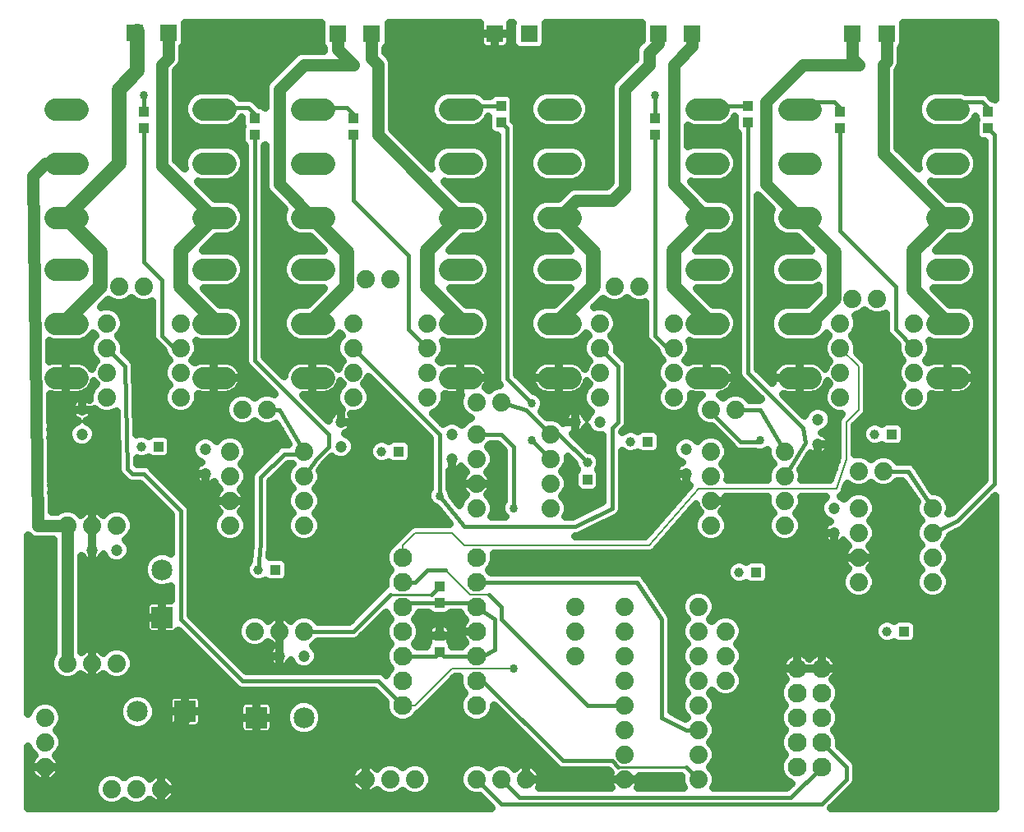
<source format=gbl>
G75*
%MOIN*%
%OFA0B0*%
%FSLAX25Y25*%
%IPPOS*%
%LPD*%
%AMOC8*
5,1,8,0,0,1.08239X$1,22.5*
%
%ADD10C,0.04724*%
%ADD11C,0.08500*%
%ADD12R,0.08500X0.08500*%
%ADD13C,0.03900*%
%ADD14R,0.03900X0.03900*%
%ADD15C,0.07400*%
%ADD16R,0.07087X0.07087*%
%ADD17C,0.08850*%
%ADD18R,0.03937X0.04331*%
%ADD19C,0.07600*%
%ADD20C,0.03400*%
%ADD21C,0.01600*%
%ADD22C,0.03200*%
%ADD23C,0.05000*%
%ADD24C,0.03762*%
%ADD25C,0.06000*%
%ADD26C,0.01000*%
%ADD27C,0.00600*%
D10*
X0107600Y0067600D03*
X0117600Y0067600D03*
X0041600Y0110600D03*
X0031600Y0110600D03*
X0077600Y0141600D03*
X0077600Y0151600D03*
X0027600Y0157600D03*
X0027600Y0167600D03*
X0132600Y0162600D03*
X0132600Y0152600D03*
X0177600Y0147600D03*
X0177600Y0157600D03*
X0227600Y0162600D03*
X0237600Y0162600D03*
X0272600Y0151600D03*
X0272600Y0141600D03*
X0326100Y0153600D03*
X0326100Y0163600D03*
X0332600Y0127600D03*
X0332600Y0117600D03*
X0342600Y0307600D03*
X0352600Y0307600D03*
X0267600Y0307600D03*
X0257600Y0307600D03*
X0147600Y0307600D03*
X0137600Y0307600D03*
X0060100Y0307600D03*
X0050100Y0307600D03*
D11*
X0060100Y0102600D03*
X0050100Y0045100D03*
X0117600Y0042600D03*
D12*
X0098309Y0042600D03*
X0069391Y0045100D03*
X0060100Y0083309D03*
D13*
X0099100Y0102600D03*
X0051600Y0152600D03*
X0149100Y0150600D03*
X0232600Y0146100D03*
X0250100Y0154600D03*
X0294100Y0101600D03*
X0354100Y0077600D03*
X0349100Y0157600D03*
D14*
X0356100Y0157600D03*
X0301100Y0101600D03*
X0361100Y0077600D03*
X0257100Y0154600D03*
X0232600Y0139100D03*
X0156100Y0150600D03*
X0106100Y0102600D03*
X0058600Y0152600D03*
D15*
X0067600Y0172600D03*
X0067600Y0182600D03*
X0067600Y0192600D03*
X0067600Y0202600D03*
X0052600Y0217600D03*
X0042600Y0217600D03*
X0037600Y0202600D03*
X0037600Y0192600D03*
X0037600Y0182600D03*
X0037600Y0172600D03*
X0087600Y0150600D03*
X0087600Y0140600D03*
X0087600Y0130600D03*
X0087600Y0120600D03*
X0117600Y0120600D03*
X0117600Y0130600D03*
X0117600Y0140600D03*
X0117600Y0150600D03*
X0102600Y0167600D03*
X0092600Y0167600D03*
X0137600Y0172600D03*
X0137600Y0182600D03*
X0137600Y0192600D03*
X0137600Y0202600D03*
X0142600Y0220600D03*
X0152600Y0220600D03*
X0167600Y0202600D03*
X0167600Y0192600D03*
X0167600Y0182600D03*
X0167600Y0172600D03*
X0187600Y0170600D03*
X0197600Y0170600D03*
X0187600Y0157600D03*
X0187600Y0147600D03*
X0187600Y0137600D03*
X0187600Y0127600D03*
X0217600Y0127600D03*
X0217600Y0137600D03*
X0217600Y0147600D03*
X0217600Y0157600D03*
X0237600Y0172600D03*
X0237600Y0182600D03*
X0237600Y0192600D03*
X0237600Y0202600D03*
X0243600Y0217600D03*
X0253600Y0217600D03*
X0267600Y0202600D03*
X0267600Y0192600D03*
X0267600Y0182600D03*
X0267600Y0172600D03*
X0282600Y0167600D03*
X0292600Y0167600D03*
X0282600Y0150600D03*
X0282600Y0140600D03*
X0282600Y0130600D03*
X0282600Y0120600D03*
X0312600Y0120600D03*
X0312600Y0130600D03*
X0312600Y0140600D03*
X0312600Y0150600D03*
X0335100Y0172600D03*
X0335100Y0182600D03*
X0335100Y0192600D03*
X0335100Y0202600D03*
X0340100Y0212600D03*
X0350100Y0212600D03*
X0365100Y0202600D03*
X0365100Y0192600D03*
X0365100Y0182600D03*
X0365100Y0172600D03*
X0352600Y0142600D03*
X0342600Y0142600D03*
X0342600Y0127600D03*
X0342600Y0117600D03*
X0342600Y0107600D03*
X0342600Y0097600D03*
X0372600Y0097600D03*
X0372600Y0107600D03*
X0372600Y0117600D03*
X0372600Y0127600D03*
X0288600Y0077600D03*
X0288600Y0067600D03*
X0288600Y0057600D03*
X0277600Y0057600D03*
X0277600Y0047600D03*
X0277600Y0037600D03*
X0277600Y0027600D03*
X0277600Y0017600D03*
X0247600Y0017600D03*
X0247600Y0027600D03*
X0247600Y0037600D03*
X0247600Y0047600D03*
X0247600Y0057600D03*
X0247600Y0067600D03*
X0247600Y0077600D03*
X0247600Y0087600D03*
X0227600Y0087600D03*
X0227600Y0077600D03*
X0227600Y0067600D03*
X0277600Y0067600D03*
X0277600Y0077600D03*
X0277600Y0087600D03*
X0207600Y0017600D03*
X0197600Y0017600D03*
X0187600Y0017600D03*
X0162600Y0017600D03*
X0152600Y0017600D03*
X0142600Y0017600D03*
X0117600Y0077600D03*
X0107600Y0077600D03*
X0097600Y0077600D03*
X0041600Y0064600D03*
X0031600Y0064600D03*
X0021600Y0064600D03*
X0012600Y0042600D03*
X0012600Y0032600D03*
X0012600Y0022600D03*
X0039600Y0013600D03*
X0049600Y0013600D03*
X0059600Y0013600D03*
X0041600Y0120600D03*
X0031600Y0120600D03*
X0021600Y0120600D03*
D16*
X0048820Y0320600D03*
X0062600Y0320600D03*
X0131320Y0320100D03*
X0145100Y0320100D03*
X0195100Y0320100D03*
X0208880Y0320100D03*
X0261320Y0320100D03*
X0275100Y0320100D03*
X0340100Y0320100D03*
X0353880Y0320100D03*
D17*
X0374175Y0289600D02*
X0383025Y0289600D01*
X0383025Y0267600D02*
X0374175Y0267600D01*
X0374175Y0245600D02*
X0383025Y0245600D01*
X0383025Y0224600D02*
X0374175Y0224600D01*
X0374175Y0202600D02*
X0383025Y0202600D01*
X0383025Y0180600D02*
X0374175Y0180600D01*
X0323025Y0180600D02*
X0314175Y0180600D01*
X0314175Y0202600D02*
X0323025Y0202600D01*
X0323025Y0224600D02*
X0314175Y0224600D01*
X0314175Y0245600D02*
X0323025Y0245600D01*
X0323025Y0267600D02*
X0314175Y0267600D01*
X0314175Y0289600D02*
X0323025Y0289600D01*
X0285525Y0289600D02*
X0276675Y0289600D01*
X0276675Y0267600D02*
X0285525Y0267600D01*
X0285525Y0245600D02*
X0276675Y0245600D01*
X0276675Y0224600D02*
X0285525Y0224600D01*
X0285525Y0202600D02*
X0276675Y0202600D01*
X0276675Y0180600D02*
X0285525Y0180600D01*
X0225525Y0180600D02*
X0216675Y0180600D01*
X0216675Y0202600D02*
X0225525Y0202600D01*
X0225525Y0224600D02*
X0216675Y0224600D01*
X0216675Y0245600D02*
X0225525Y0245600D01*
X0225525Y0267600D02*
X0216675Y0267600D01*
X0216675Y0289600D02*
X0225525Y0289600D01*
X0185525Y0289600D02*
X0176675Y0289600D01*
X0176675Y0267600D02*
X0185525Y0267600D01*
X0185525Y0245600D02*
X0176675Y0245600D01*
X0176675Y0224600D02*
X0185525Y0224600D01*
X0185525Y0202600D02*
X0176675Y0202600D01*
X0176675Y0180600D02*
X0185525Y0180600D01*
X0125525Y0180600D02*
X0116675Y0180600D01*
X0116675Y0202600D02*
X0125525Y0202600D01*
X0125525Y0224600D02*
X0116675Y0224600D01*
X0116675Y0245600D02*
X0125525Y0245600D01*
X0125525Y0267600D02*
X0116675Y0267600D01*
X0116675Y0289600D02*
X0125525Y0289600D01*
X0085525Y0289600D02*
X0076675Y0289600D01*
X0076675Y0267600D02*
X0085525Y0267600D01*
X0085525Y0245600D02*
X0076675Y0245600D01*
X0076675Y0224600D02*
X0085525Y0224600D01*
X0085525Y0202600D02*
X0076675Y0202600D01*
X0076675Y0180600D02*
X0085525Y0180600D01*
X0025525Y0180600D02*
X0016675Y0180600D01*
X0016675Y0202600D02*
X0025525Y0202600D01*
X0025525Y0224600D02*
X0016675Y0224600D01*
X0016675Y0245600D02*
X0025525Y0245600D01*
X0025525Y0267600D02*
X0016675Y0267600D01*
X0016675Y0289600D02*
X0025525Y0289600D01*
D18*
X0052600Y0288446D03*
X0052600Y0281754D03*
X0097600Y0279254D03*
X0097600Y0285946D03*
X0137600Y0285946D03*
X0137600Y0279254D03*
X0197600Y0284254D03*
X0197600Y0290946D03*
X0260100Y0285946D03*
X0260100Y0279254D03*
X0297600Y0284254D03*
X0297600Y0290946D03*
X0335100Y0288446D03*
X0335100Y0281754D03*
X0395100Y0281754D03*
X0395100Y0288446D03*
X0172600Y0095946D03*
X0172600Y0089254D03*
X0172600Y0075946D03*
X0172600Y0069254D03*
D19*
X0157600Y0067600D03*
X0157600Y0057600D03*
X0157600Y0047600D03*
X0157600Y0077600D03*
X0157600Y0087600D03*
X0157600Y0097600D03*
X0157600Y0107600D03*
X0187600Y0107600D03*
X0187600Y0097600D03*
X0187600Y0087600D03*
X0187600Y0077600D03*
X0187600Y0067600D03*
X0187600Y0057600D03*
X0187600Y0047600D03*
X0317600Y0042600D03*
X0327600Y0042600D03*
X0327600Y0032600D03*
X0317600Y0032600D03*
X0317600Y0022600D03*
X0327600Y0022600D03*
X0327600Y0052600D03*
X0317600Y0052600D03*
X0317600Y0062600D03*
X0327600Y0062600D03*
D20*
X0302600Y0155100D03*
X0210100Y0155100D03*
X0210100Y0170100D03*
X0172600Y0132600D03*
X0202600Y0127600D03*
X0202600Y0062600D03*
X0260100Y0295100D03*
X0052600Y0295100D03*
D21*
X0052600Y0288446D01*
X0052600Y0281754D02*
X0052600Y0227600D01*
X0060100Y0220100D01*
X0060100Y0197600D01*
X0065100Y0192600D01*
X0067600Y0192600D01*
X0045100Y0185100D02*
X0037600Y0192600D01*
X0045100Y0185100D02*
X0046023Y0143565D01*
X0047988Y0141600D01*
X0052600Y0141600D01*
X0067600Y0126600D01*
X0067600Y0082600D01*
X0092600Y0057600D01*
X0147600Y0057600D01*
X0157600Y0047600D01*
X0157600Y0067600D02*
X0170946Y0067600D01*
X0172600Y0069254D01*
X0174254Y0067600D01*
X0187600Y0067600D01*
X0190100Y0067600D01*
X0195100Y0070100D01*
X0195100Y0082600D01*
X0187600Y0087600D01*
X0185946Y0089254D01*
X0172600Y0089254D01*
X0159254Y0089254D01*
X0157600Y0087600D01*
X0152600Y0092600D02*
X0137600Y0077600D01*
X0117600Y0077600D01*
X0099100Y0102600D02*
X0100100Y0113600D01*
X0100100Y0140100D01*
X0109600Y0149600D01*
X0116600Y0149600D01*
X0117600Y0150600D01*
X0107600Y0167600D01*
X0102600Y0167600D01*
X0097600Y0187600D02*
X0097600Y0279254D01*
X0097600Y0285946D02*
X0097600Y0287600D01*
X0095100Y0290100D01*
X0081600Y0290100D01*
X0081100Y0289600D01*
X0121100Y0289600D02*
X0121600Y0290100D01*
X0135100Y0290100D01*
X0137600Y0287600D01*
X0137600Y0285946D01*
X0137600Y0279254D02*
X0137600Y0252600D01*
X0160100Y0230100D01*
X0160100Y0200100D01*
X0167600Y0192600D01*
X0197600Y0170600D02*
X0207600Y0167600D01*
X0217600Y0157600D01*
X0221100Y0157600D01*
X0232600Y0146100D01*
X0217600Y0147600D02*
X0210100Y0155100D01*
X0202600Y0152600D02*
X0197600Y0157600D01*
X0187600Y0157600D01*
X0172600Y0157600D02*
X0137600Y0192600D01*
X0127600Y0157600D02*
X0097600Y0187600D01*
X0127600Y0157600D02*
X0127600Y0152600D01*
X0122600Y0147600D01*
X0117600Y0140600D01*
X0162600Y0097600D02*
X0167600Y0102600D01*
X0175100Y0102600D01*
X0172600Y0095946D02*
X0169254Y0092600D01*
X0162600Y0097600D02*
X0157600Y0097600D01*
X0182600Y0120100D02*
X0172600Y0132600D01*
X0172600Y0157600D01*
X0200100Y0180100D02*
X0200100Y0281754D01*
X0197600Y0284254D01*
X0197600Y0290946D02*
X0182446Y0290946D01*
X0181100Y0289600D01*
X0260100Y0285946D02*
X0260100Y0295100D01*
X0260100Y0279254D02*
X0260100Y0197600D01*
X0265100Y0192600D01*
X0267600Y0192600D01*
X0245100Y0185100D02*
X0245100Y0162600D01*
X0242600Y0160100D01*
X0242600Y0127600D01*
X0227600Y0120100D01*
X0182600Y0120100D01*
X0202600Y0127600D02*
X0202600Y0152600D01*
X0210100Y0170100D02*
X0200100Y0180100D01*
X0237600Y0192600D02*
X0245100Y0185100D01*
X0282600Y0167600D02*
X0282600Y0166600D01*
X0294600Y0154600D01*
X0302100Y0154600D01*
X0302600Y0155100D01*
X0312600Y0150600D02*
X0302600Y0167600D01*
X0292600Y0167600D01*
X0297600Y0182600D02*
X0297600Y0284254D01*
X0297600Y0290946D02*
X0282446Y0290946D01*
X0281100Y0289600D01*
X0318600Y0289600D02*
X0321600Y0292600D01*
X0332600Y0292600D01*
X0335100Y0290100D01*
X0335100Y0288446D01*
X0335100Y0281754D02*
X0335100Y0240100D01*
X0357600Y0217600D01*
X0357600Y0200100D01*
X0365100Y0192600D01*
X0320100Y0160100D02*
X0321100Y0154100D01*
X0312600Y0140600D01*
X0320100Y0160100D02*
X0297600Y0182600D01*
X0352600Y0142600D02*
X0362600Y0142600D01*
X0372600Y0127600D01*
X0372600Y0117600D02*
X0382600Y0122600D01*
X0397600Y0137600D01*
X0397600Y0279254D01*
X0395100Y0281754D01*
X0395100Y0288446D02*
X0395100Y0290100D01*
X0392600Y0292600D01*
X0381600Y0292600D01*
X0378600Y0289600D01*
X0252600Y0097600D02*
X0187600Y0097600D01*
X0192600Y0092600D02*
X0197600Y0087600D01*
X0197600Y0082600D01*
X0232600Y0047600D01*
X0247600Y0047600D01*
X0262600Y0042600D02*
X0272600Y0037600D01*
X0277600Y0037600D01*
X0262600Y0042600D02*
X0262600Y0082600D01*
X0252600Y0097600D01*
X0190100Y0057600D02*
X0187600Y0057600D01*
X0190100Y0057600D02*
X0222600Y0025100D01*
X0242600Y0025100D01*
X0245100Y0022600D01*
X0272600Y0022600D02*
X0277600Y0017600D01*
X0315100Y0010100D02*
X0205100Y0010100D01*
X0197600Y0017600D01*
X0187600Y0017600D02*
X0197600Y0007600D01*
X0327600Y0007600D01*
X0337600Y0017600D01*
X0337600Y0022600D01*
X0327600Y0032600D01*
X0327600Y0022600D02*
X0315100Y0010100D01*
D22*
X0005800Y0005800D02*
X0005800Y0030986D01*
X0006750Y0028691D01*
X0008266Y0027176D01*
X0007795Y0026704D01*
X0007212Y0025902D01*
X0006762Y0025018D01*
X0006455Y0024075D01*
X0006300Y0023096D01*
X0006300Y0022600D01*
X0012600Y0022600D01*
X0049391Y0022600D01*
X0048227Y0020500D02*
X0050972Y0020500D01*
X0053509Y0019450D01*
X0055024Y0017934D01*
X0055496Y0018405D01*
X0056298Y0018988D01*
X0057182Y0019438D01*
X0058125Y0019745D01*
X0059104Y0019900D01*
X0059600Y0019900D01*
X0059600Y0013600D01*
X0059600Y0013600D01*
X0065900Y0013600D01*
X0065900Y0014096D01*
X0065745Y0015075D01*
X0065438Y0016018D01*
X0064988Y0016902D01*
X0064405Y0017704D01*
X0063704Y0018405D01*
X0062902Y0018988D01*
X0062018Y0019438D01*
X0061075Y0019745D01*
X0060096Y0019900D01*
X0059600Y0019900D01*
X0059600Y0013600D01*
X0059600Y0013600D01*
X0065900Y0013600D01*
X0065900Y0013104D01*
X0065745Y0012125D01*
X0065438Y0011182D01*
X0064988Y0010298D01*
X0064405Y0009496D01*
X0063704Y0008795D01*
X0062902Y0008212D01*
X0062018Y0007762D01*
X0061075Y0007455D01*
X0060096Y0007300D01*
X0059600Y0007300D01*
X0059600Y0013600D01*
X0059600Y0013600D01*
X0059600Y0007300D01*
X0059104Y0007300D01*
X0058125Y0007455D01*
X0057182Y0007762D01*
X0056298Y0008212D01*
X0055496Y0008795D01*
X0055024Y0009266D01*
X0053509Y0007750D01*
X0050972Y0006700D01*
X0048227Y0006700D01*
X0045691Y0007750D01*
X0044600Y0008842D01*
X0043509Y0007750D01*
X0040972Y0006700D01*
X0038227Y0006700D01*
X0035691Y0007750D01*
X0033750Y0009691D01*
X0032700Y0012227D01*
X0032700Y0014972D01*
X0033750Y0017509D01*
X0035691Y0019450D01*
X0038227Y0020500D01*
X0040972Y0020500D01*
X0043509Y0019450D01*
X0044600Y0018358D01*
X0045691Y0019450D01*
X0048227Y0020500D01*
X0044834Y0018593D02*
X0044366Y0018593D01*
X0034834Y0018593D02*
X0017476Y0018593D01*
X0017405Y0018496D02*
X0017988Y0019298D01*
X0018438Y0020182D01*
X0018745Y0021125D01*
X0018900Y0022104D01*
X0018900Y0022600D01*
X0018900Y0023096D01*
X0018745Y0024075D01*
X0018438Y0025018D01*
X0017988Y0025902D01*
X0017405Y0026704D01*
X0016934Y0027176D01*
X0018450Y0028691D01*
X0019500Y0031227D01*
X0019500Y0033972D01*
X0018450Y0036509D01*
X0017358Y0037600D01*
X0018450Y0038691D01*
X0019500Y0041227D01*
X0019500Y0043972D01*
X0018450Y0046509D01*
X0016509Y0048450D01*
X0013972Y0049500D01*
X0011227Y0049500D01*
X0008691Y0048450D01*
X0006750Y0046509D01*
X0005800Y0044214D01*
X0005800Y0116339D01*
X0006371Y0115768D01*
X0006410Y0115752D01*
X0006440Y0115723D01*
X0007455Y0115319D01*
X0008466Y0114900D01*
X0008508Y0114900D01*
X0008547Y0114885D01*
X0009640Y0114900D01*
X0015900Y0114900D01*
X0015900Y0068658D01*
X0015750Y0068509D01*
X0014700Y0065972D01*
X0014700Y0063227D01*
X0015750Y0060691D01*
X0017691Y0058750D01*
X0020227Y0057700D01*
X0022972Y0057700D01*
X0025509Y0058750D01*
X0027024Y0060266D01*
X0027496Y0059795D01*
X0028298Y0059212D01*
X0029182Y0058762D01*
X0030125Y0058455D01*
X0031104Y0058300D01*
X0031600Y0058300D01*
X0032096Y0058300D01*
X0033075Y0058455D01*
X0034018Y0058762D01*
X0034902Y0059212D01*
X0035704Y0059795D01*
X0036176Y0060266D01*
X0037691Y0058750D01*
X0040227Y0057700D01*
X0042972Y0057700D01*
X0045509Y0058750D01*
X0047450Y0060691D01*
X0048500Y0063227D01*
X0048500Y0065972D01*
X0047450Y0068509D01*
X0045509Y0070450D01*
X0042972Y0071500D01*
X0040227Y0071500D01*
X0037691Y0070450D01*
X0036176Y0068934D01*
X0035704Y0069405D01*
X0034902Y0069988D01*
X0034018Y0070438D01*
X0033075Y0070745D01*
X0032096Y0070900D01*
X0031600Y0070900D01*
X0031600Y0064600D01*
X0031600Y0064600D01*
X0031600Y0070900D01*
X0031104Y0070900D01*
X0030125Y0070745D01*
X0029182Y0070438D01*
X0028298Y0069988D01*
X0027496Y0069405D01*
X0027300Y0069210D01*
X0027300Y0108109D01*
X0027356Y0107999D01*
X0027815Y0107367D01*
X0028367Y0106815D01*
X0028999Y0106356D01*
X0029695Y0106001D01*
X0030438Y0105760D01*
X0031209Y0105638D01*
X0031600Y0105638D01*
X0031991Y0105638D01*
X0032762Y0105760D01*
X0033505Y0106001D01*
X0034201Y0106356D01*
X0034833Y0106815D01*
X0035385Y0107367D01*
X0035844Y0107999D01*
X0036199Y0108695D01*
X0036273Y0108925D01*
X0036885Y0107449D01*
X0038449Y0105885D01*
X0040494Y0105038D01*
X0042706Y0105038D01*
X0044751Y0105885D01*
X0046315Y0107449D01*
X0047162Y0109494D01*
X0047162Y0111706D01*
X0046315Y0113751D01*
X0045372Y0114694D01*
X0045509Y0114750D01*
X0047450Y0116691D01*
X0048500Y0119227D01*
X0048500Y0121972D01*
X0047450Y0124509D01*
X0045509Y0126450D01*
X0042972Y0127500D01*
X0040227Y0127500D01*
X0037691Y0126450D01*
X0036176Y0124934D01*
X0035704Y0125405D01*
X0034902Y0125988D01*
X0034018Y0126438D01*
X0033075Y0126745D01*
X0032096Y0126900D01*
X0031600Y0126900D01*
X0031600Y0120600D01*
X0031600Y0120600D01*
X0031600Y0126900D01*
X0031104Y0126900D01*
X0030125Y0126745D01*
X0029182Y0126438D01*
X0028298Y0125988D01*
X0027496Y0125405D01*
X0027024Y0124934D01*
X0025509Y0126450D01*
X0022972Y0127500D01*
X0020227Y0127500D01*
X0017691Y0126450D01*
X0017542Y0126300D01*
X0015220Y0126300D01*
X0014550Y0173897D01*
X0015302Y0173695D01*
X0016215Y0173575D01*
X0021100Y0173575D01*
X0025985Y0173575D01*
X0026898Y0173695D01*
X0027788Y0173934D01*
X0028639Y0174286D01*
X0029436Y0174746D01*
X0030167Y0175307D01*
X0030818Y0175958D01*
X0031379Y0176689D01*
X0031839Y0177486D01*
X0032191Y0178337D01*
X0032385Y0179060D01*
X0032795Y0178496D01*
X0033266Y0178024D01*
X0031750Y0176509D01*
X0030700Y0173972D01*
X0030700Y0171481D01*
X0030201Y0171844D01*
X0029505Y0172199D01*
X0028762Y0172440D01*
X0027991Y0172562D01*
X0027600Y0172562D01*
X0027600Y0167600D01*
X0032562Y0167600D01*
X0032562Y0167880D01*
X0033691Y0166750D01*
X0036227Y0165700D01*
X0038972Y0165700D01*
X0041507Y0166750D01*
X0042023Y0143521D01*
X0042023Y0142769D01*
X0042041Y0142727D01*
X0042042Y0142681D01*
X0042344Y0141993D01*
X0042632Y0141299D01*
X0042665Y0141267D01*
X0042683Y0141224D01*
X0043226Y0140705D01*
X0045722Y0138209D01*
X0047192Y0137600D01*
X0050943Y0137600D01*
X0063600Y0124943D01*
X0063600Y0109214D01*
X0061582Y0110050D01*
X0058618Y0110050D01*
X0055880Y0108916D01*
X0053784Y0106820D01*
X0052650Y0104082D01*
X0052650Y0101118D01*
X0053784Y0098380D01*
X0055880Y0096284D01*
X0058618Y0095150D01*
X0061582Y0095150D01*
X0063600Y0095986D01*
X0063600Y0090159D01*
X0060100Y0090159D01*
X0055594Y0090159D01*
X0055092Y0090059D01*
X0054618Y0089863D01*
X0054193Y0089578D01*
X0053830Y0089216D01*
X0053546Y0088790D01*
X0053350Y0088317D01*
X0053250Y0087815D01*
X0053250Y0083309D01*
X0060100Y0083309D01*
X0060100Y0090159D01*
X0060100Y0083309D01*
X0060100Y0083309D01*
X0060100Y0083309D01*
X0053250Y0083309D01*
X0053250Y0078803D01*
X0053350Y0078300D01*
X0053546Y0077827D01*
X0053830Y0077401D01*
X0054193Y0077039D01*
X0054618Y0076755D01*
X0055092Y0076559D01*
X0055594Y0076459D01*
X0060100Y0076459D01*
X0064606Y0076459D01*
X0065108Y0076559D01*
X0065582Y0076755D01*
X0066007Y0077039D01*
X0066370Y0077401D01*
X0066654Y0077827D01*
X0066672Y0077871D01*
X0090334Y0054209D01*
X0091804Y0053600D01*
X0145943Y0053600D01*
X0150600Y0048943D01*
X0150600Y0046208D01*
X0151666Y0043635D01*
X0153635Y0041666D01*
X0156208Y0040600D01*
X0158992Y0040600D01*
X0161565Y0041666D01*
X0163534Y0043635D01*
X0163816Y0044315D01*
X0164583Y0044633D01*
X0179050Y0059100D01*
X0180645Y0059100D01*
X0180600Y0058992D01*
X0180600Y0056208D01*
X0181666Y0053635D01*
X0182701Y0052600D01*
X0181666Y0051565D01*
X0180600Y0048992D01*
X0180600Y0046208D01*
X0181666Y0043635D01*
X0183635Y0041666D01*
X0186208Y0040600D01*
X0188992Y0040600D01*
X0191565Y0041666D01*
X0193534Y0043635D01*
X0194600Y0046208D01*
X0194600Y0047443D01*
X0220334Y0021709D01*
X0221804Y0021100D01*
X0240943Y0021100D01*
X0241850Y0020193D01*
X0241762Y0020018D01*
X0241455Y0019075D01*
X0241300Y0018096D01*
X0241300Y0017600D01*
X0247600Y0017600D01*
X0253900Y0017600D01*
X0253900Y0018096D01*
X0253773Y0018900D01*
X0270643Y0018900D01*
X0270700Y0018843D01*
X0270700Y0016227D01*
X0271581Y0014100D01*
X0252844Y0014100D01*
X0252988Y0014298D01*
X0253438Y0015182D01*
X0253745Y0016125D01*
X0253900Y0017104D01*
X0253900Y0017600D01*
X0247600Y0017600D01*
X0247600Y0017600D01*
X0247600Y0017600D01*
X0241300Y0017600D01*
X0241300Y0017104D01*
X0241455Y0016125D01*
X0241762Y0015182D01*
X0242212Y0014298D01*
X0242356Y0014100D01*
X0212844Y0014100D01*
X0212988Y0014298D01*
X0213438Y0015182D01*
X0213745Y0016125D01*
X0213900Y0017104D01*
X0213900Y0017600D01*
X0213900Y0018096D01*
X0213745Y0019075D01*
X0213438Y0020018D01*
X0212988Y0020902D01*
X0212405Y0021704D01*
X0211704Y0022405D01*
X0210902Y0022988D01*
X0210018Y0023438D01*
X0209075Y0023745D01*
X0208096Y0023900D01*
X0207600Y0023900D01*
X0207600Y0017600D01*
X0207600Y0017600D01*
X0213900Y0017600D01*
X0207600Y0017600D01*
X0207600Y0017600D01*
X0207600Y0023900D01*
X0207104Y0023900D01*
X0206125Y0023745D01*
X0205182Y0023438D01*
X0204298Y0022988D01*
X0203496Y0022405D01*
X0203024Y0021934D01*
X0201509Y0023450D01*
X0198972Y0024500D01*
X0196227Y0024500D01*
X0193691Y0023450D01*
X0192600Y0022358D01*
X0191509Y0023450D01*
X0188972Y0024500D01*
X0186227Y0024500D01*
X0183691Y0023450D01*
X0181750Y0021509D01*
X0180700Y0018972D01*
X0180700Y0016227D01*
X0181750Y0013691D01*
X0183691Y0011750D01*
X0186227Y0010700D01*
X0188843Y0010700D01*
X0193743Y0005800D01*
X0005800Y0005800D01*
X0005800Y0008997D02*
X0034445Y0008997D01*
X0032713Y0012196D02*
X0005800Y0012196D01*
X0005800Y0015394D02*
X0032875Y0015394D01*
X0018850Y0021791D02*
X0137882Y0021791D01*
X0137795Y0021704D02*
X0137212Y0020902D01*
X0136762Y0020018D01*
X0136455Y0019075D01*
X0136300Y0018096D01*
X0136300Y0017600D01*
X0142600Y0017600D01*
X0142600Y0017600D01*
X0142600Y0023900D01*
X0143096Y0023900D01*
X0144075Y0023745D01*
X0145018Y0023438D01*
X0145902Y0022988D01*
X0146704Y0022405D01*
X0147176Y0021934D01*
X0148691Y0023450D01*
X0151227Y0024500D01*
X0153972Y0024500D01*
X0156509Y0023450D01*
X0157600Y0022358D01*
X0158691Y0023450D01*
X0161227Y0024500D01*
X0163972Y0024500D01*
X0166509Y0023450D01*
X0168450Y0021509D01*
X0169500Y0018972D01*
X0169500Y0016227D01*
X0168450Y0013691D01*
X0166509Y0011750D01*
X0163972Y0010700D01*
X0161227Y0010700D01*
X0158691Y0011750D01*
X0157600Y0012842D01*
X0156509Y0011750D01*
X0153972Y0010700D01*
X0151227Y0010700D01*
X0148691Y0011750D01*
X0147176Y0013266D01*
X0146704Y0012795D01*
X0145902Y0012212D01*
X0145018Y0011762D01*
X0144075Y0011455D01*
X0143096Y0011300D01*
X0142600Y0011300D01*
X0142600Y0017600D01*
X0142600Y0017600D01*
X0142600Y0023900D01*
X0142104Y0023900D01*
X0141125Y0023745D01*
X0140182Y0023438D01*
X0139298Y0022988D01*
X0138496Y0022405D01*
X0137795Y0021704D01*
X0136379Y0018593D02*
X0063447Y0018593D01*
X0059600Y0018593D02*
X0059600Y0018593D01*
X0059600Y0015394D02*
X0059600Y0015394D01*
X0059600Y0012196D02*
X0059600Y0012196D01*
X0059600Y0008997D02*
X0059600Y0008997D01*
X0063907Y0008997D02*
X0190546Y0008997D01*
X0183246Y0012196D02*
X0166954Y0012196D01*
X0169155Y0015394D02*
X0181045Y0015394D01*
X0180700Y0018593D02*
X0169500Y0018593D01*
X0168167Y0021791D02*
X0182033Y0021791D01*
X0158246Y0012196D02*
X0156954Y0012196D01*
X0148246Y0012196D02*
X0145870Y0012196D01*
X0142600Y0012196D02*
X0142600Y0012196D01*
X0142600Y0011300D02*
X0142600Y0017600D01*
X0142600Y0017600D01*
X0136300Y0017600D01*
X0136300Y0017104D01*
X0136455Y0016125D01*
X0136762Y0015182D01*
X0137212Y0014298D01*
X0137795Y0013496D01*
X0138496Y0012795D01*
X0139298Y0012212D01*
X0140182Y0011762D01*
X0141125Y0011455D01*
X0142104Y0011300D01*
X0142600Y0011300D01*
X0139330Y0012196D02*
X0065756Y0012196D01*
X0065641Y0015394D02*
X0136693Y0015394D01*
X0142600Y0015394D02*
X0142600Y0015394D01*
X0142600Y0018593D02*
X0142600Y0018593D01*
X0142600Y0021791D02*
X0142600Y0021791D01*
X0123916Y0038380D02*
X0125050Y0041118D01*
X0125050Y0044082D01*
X0123916Y0046820D01*
X0121820Y0048916D01*
X0119082Y0050050D01*
X0116118Y0050050D01*
X0113380Y0048916D01*
X0111284Y0046820D01*
X0110150Y0044082D01*
X0110150Y0041118D01*
X0111284Y0038380D01*
X0113380Y0036284D01*
X0116118Y0035150D01*
X0119082Y0035150D01*
X0121820Y0036284D01*
X0123916Y0038380D01*
X0123320Y0037784D02*
X0204260Y0037784D01*
X0207458Y0034585D02*
X0019246Y0034585D01*
X0019500Y0031387D02*
X0210657Y0031387D01*
X0213855Y0028188D02*
X0017946Y0028188D01*
X0018448Y0024990D02*
X0217054Y0024990D01*
X0220252Y0021791D02*
X0212318Y0021791D01*
X0213821Y0018593D02*
X0241379Y0018593D01*
X0241693Y0015394D02*
X0213507Y0015394D01*
X0207600Y0018593D02*
X0207600Y0018593D01*
X0207600Y0021791D02*
X0207600Y0021791D01*
X0201061Y0040982D02*
X0189915Y0040982D01*
X0185285Y0040982D02*
X0159915Y0040982D01*
X0155285Y0040982D02*
X0124994Y0040982D01*
X0125009Y0044181D02*
X0151440Y0044181D01*
X0150600Y0047379D02*
X0123357Y0047379D01*
X0111843Y0047379D02*
X0105104Y0047379D01*
X0105059Y0047608D02*
X0105159Y0047106D01*
X0105159Y0042600D01*
X0098309Y0042600D01*
X0098309Y0042600D01*
X0105159Y0042600D01*
X0105159Y0038094D01*
X0105059Y0037592D01*
X0104863Y0037118D01*
X0104578Y0036693D01*
X0104216Y0036330D01*
X0103790Y0036046D01*
X0103317Y0035850D01*
X0102815Y0035750D01*
X0098309Y0035750D01*
X0098309Y0042600D01*
X0098309Y0042600D01*
X0098309Y0049450D01*
X0102815Y0049450D01*
X0103317Y0049350D01*
X0103790Y0049154D01*
X0104216Y0048870D01*
X0104578Y0048507D01*
X0104863Y0048082D01*
X0105059Y0047608D01*
X0105159Y0044181D02*
X0110191Y0044181D01*
X0110206Y0040982D02*
X0105159Y0040982D01*
X0105097Y0037784D02*
X0111880Y0037784D01*
X0098309Y0037784D02*
X0098309Y0037784D01*
X0098309Y0035750D02*
X0093803Y0035750D01*
X0093300Y0035850D01*
X0092827Y0036046D01*
X0092401Y0036330D01*
X0092039Y0036693D01*
X0091755Y0037118D01*
X0091559Y0037592D01*
X0091459Y0038094D01*
X0091459Y0042600D01*
X0098309Y0042600D01*
X0098309Y0042600D01*
X0098309Y0049450D01*
X0093803Y0049450D01*
X0093300Y0049350D01*
X0092827Y0049154D01*
X0092401Y0048870D01*
X0092039Y0048507D01*
X0091755Y0048082D01*
X0091559Y0047608D01*
X0091459Y0047106D01*
X0091459Y0042600D01*
X0098309Y0042600D01*
X0098309Y0035750D01*
X0098309Y0040982D02*
X0098309Y0040982D01*
X0098309Y0042600D02*
X0098309Y0042600D01*
X0098309Y0044181D02*
X0098309Y0044181D01*
X0098309Y0047379D02*
X0098309Y0047379D01*
X0091513Y0047379D02*
X0076241Y0047379D01*
X0076241Y0049606D02*
X0076241Y0045100D01*
X0069391Y0045100D01*
X0069391Y0045100D01*
X0062541Y0045100D01*
X0062541Y0040594D01*
X0062641Y0040092D01*
X0062837Y0039618D01*
X0063122Y0039193D01*
X0063484Y0038830D01*
X0063910Y0038546D01*
X0064383Y0038350D01*
X0064885Y0038250D01*
X0069391Y0038250D01*
X0069391Y0045100D01*
X0062541Y0045100D01*
X0062541Y0049606D01*
X0062641Y0050108D01*
X0062837Y0050582D01*
X0063122Y0051007D01*
X0063484Y0051370D01*
X0063910Y0051654D01*
X0064383Y0051850D01*
X0064885Y0051950D01*
X0069391Y0051950D01*
X0069391Y0045100D01*
X0069391Y0045100D01*
X0069391Y0045100D01*
X0069391Y0038250D01*
X0073897Y0038250D01*
X0074400Y0038350D01*
X0074873Y0038546D01*
X0075299Y0038830D01*
X0075661Y0039193D01*
X0075945Y0039618D01*
X0076141Y0040092D01*
X0076241Y0040594D01*
X0076241Y0045100D01*
X0069391Y0045100D01*
X0069391Y0051950D01*
X0073897Y0051950D01*
X0074400Y0051850D01*
X0074873Y0051654D01*
X0075299Y0051370D01*
X0075661Y0051007D01*
X0075945Y0050582D01*
X0076141Y0050108D01*
X0076241Y0049606D01*
X0075947Y0050578D02*
X0148965Y0050578D01*
X0150970Y0059886D02*
X0149866Y0060991D01*
X0148396Y0061600D01*
X0094257Y0061600D01*
X0071600Y0084257D01*
X0071600Y0127396D01*
X0070991Y0128866D01*
X0055991Y0143866D01*
X0054866Y0144991D01*
X0053396Y0145600D01*
X0049979Y0145600D01*
X0049932Y0147717D01*
X0050576Y0147450D01*
X0052624Y0147450D01*
X0054517Y0148234D01*
X0054529Y0148246D01*
X0054837Y0147937D01*
X0056013Y0147450D01*
X0061187Y0147450D01*
X0062363Y0147937D01*
X0063263Y0148837D01*
X0063750Y0150013D01*
X0063750Y0155187D01*
X0063263Y0156363D01*
X0062363Y0157263D01*
X0061187Y0157750D01*
X0056013Y0157750D01*
X0054837Y0157263D01*
X0054529Y0156954D01*
X0054517Y0156966D01*
X0052624Y0157750D01*
X0050576Y0157750D01*
X0049717Y0157394D01*
X0049100Y0185144D01*
X0049100Y0185896D01*
X0049082Y0185938D01*
X0049081Y0185984D01*
X0048779Y0186672D01*
X0048491Y0187366D01*
X0048458Y0187398D01*
X0048440Y0187441D01*
X0047897Y0187960D01*
X0044500Y0191357D01*
X0044500Y0193972D01*
X0043450Y0196509D01*
X0042358Y0197600D01*
X0043450Y0198691D01*
X0044500Y0201227D01*
X0044500Y0203972D01*
X0043450Y0206509D01*
X0041509Y0208450D01*
X0038972Y0209500D01*
X0036227Y0209500D01*
X0035443Y0209175D01*
X0038355Y0212087D01*
X0038691Y0211750D01*
X0041227Y0210700D01*
X0043972Y0210700D01*
X0046509Y0211750D01*
X0047600Y0212842D01*
X0048691Y0211750D01*
X0051227Y0210700D01*
X0053972Y0210700D01*
X0056100Y0211581D01*
X0056100Y0196804D01*
X0056709Y0195334D01*
X0060700Y0191343D01*
X0060700Y0191227D01*
X0061750Y0188691D01*
X0062842Y0187600D01*
X0061750Y0186509D01*
X0060700Y0183972D01*
X0060700Y0181227D01*
X0061750Y0178691D01*
X0062842Y0177600D01*
X0061750Y0176509D01*
X0060700Y0173972D01*
X0060700Y0171227D01*
X0061750Y0168691D01*
X0063691Y0166750D01*
X0066227Y0165700D01*
X0068972Y0165700D01*
X0071509Y0166750D01*
X0073450Y0168691D01*
X0074500Y0171227D01*
X0074500Y0173910D01*
X0075302Y0173695D01*
X0076215Y0173575D01*
X0081100Y0173575D01*
X0085985Y0173575D01*
X0086898Y0173695D01*
X0087788Y0173934D01*
X0088639Y0174286D01*
X0089436Y0174746D01*
X0090167Y0175307D01*
X0090818Y0175958D01*
X0091379Y0176689D01*
X0091839Y0177486D01*
X0092191Y0178337D01*
X0092430Y0179227D01*
X0092550Y0180140D01*
X0092550Y0180600D01*
X0092550Y0181060D01*
X0092430Y0181973D01*
X0092191Y0182863D01*
X0091839Y0183714D01*
X0091379Y0184511D01*
X0090818Y0185242D01*
X0090167Y0185893D01*
X0089436Y0186454D01*
X0088639Y0186914D01*
X0087788Y0187266D01*
X0086898Y0187505D01*
X0085985Y0187625D01*
X0081100Y0187625D01*
X0081100Y0180600D01*
X0081100Y0180600D01*
X0092550Y0180600D01*
X0081100Y0180600D01*
X0081100Y0180600D01*
X0081100Y0187625D01*
X0076215Y0187625D01*
X0075302Y0187505D01*
X0074412Y0187266D01*
X0073561Y0186914D01*
X0073233Y0186725D01*
X0072358Y0187600D01*
X0073450Y0188691D01*
X0074500Y0191227D01*
X0074500Y0193972D01*
X0073862Y0195512D01*
X0075158Y0194975D01*
X0087042Y0194975D01*
X0089844Y0196136D01*
X0091989Y0198281D01*
X0093150Y0201083D01*
X0093150Y0204117D01*
X0091989Y0206919D01*
X0089844Y0209064D01*
X0087042Y0210225D01*
X0083743Y0210225D01*
X0076993Y0216975D01*
X0087042Y0216975D01*
X0089844Y0218136D01*
X0091989Y0220281D01*
X0093150Y0223083D01*
X0093150Y0226117D01*
X0091989Y0228919D01*
X0089844Y0231064D01*
X0087042Y0232225D01*
X0076493Y0232225D01*
X0082243Y0237975D01*
X0087042Y0237975D01*
X0089844Y0239136D01*
X0091989Y0241281D01*
X0093150Y0244083D01*
X0093150Y0247117D01*
X0091989Y0249919D01*
X0089844Y0252064D01*
X0087042Y0253225D01*
X0081536Y0253225D01*
X0074523Y0260238D01*
X0075158Y0259975D01*
X0087042Y0259975D01*
X0089844Y0261136D01*
X0091989Y0263281D01*
X0093150Y0266083D01*
X0093150Y0269117D01*
X0091989Y0271919D01*
X0089844Y0274064D01*
X0087042Y0275225D01*
X0075158Y0275225D01*
X0072356Y0274064D01*
X0070211Y0271919D01*
X0069050Y0269117D01*
X0069050Y0266083D01*
X0069313Y0265448D01*
X0065800Y0268961D01*
X0065800Y0305239D01*
X0067432Y0306871D01*
X0068300Y0308966D01*
X0068300Y0314688D01*
X0068856Y0315244D01*
X0069343Y0316420D01*
X0069343Y0324361D01*
X0124611Y0324361D01*
X0124577Y0324280D01*
X0124577Y0315920D01*
X0125064Y0314744D01*
X0125620Y0314188D01*
X0125620Y0313300D01*
X0116466Y0313300D01*
X0114371Y0312432D01*
X0104371Y0302432D01*
X0102768Y0300829D01*
X0101900Y0298734D01*
X0101900Y0290306D01*
X0101381Y0290825D01*
X0100205Y0291312D01*
X0099545Y0291312D01*
X0098491Y0292366D01*
X0097366Y0293491D01*
X0095896Y0294100D01*
X0091808Y0294100D01*
X0089844Y0296064D01*
X0087042Y0297225D01*
X0075158Y0297225D01*
X0072356Y0296064D01*
X0070211Y0293919D01*
X0069050Y0291117D01*
X0069050Y0288083D01*
X0070211Y0285281D01*
X0072356Y0283136D01*
X0075158Y0281975D01*
X0087042Y0281975D01*
X0089844Y0283136D01*
X0091989Y0285281D01*
X0092328Y0286100D01*
X0092431Y0286100D01*
X0092431Y0283145D01*
X0092657Y0282600D01*
X0092431Y0282055D01*
X0092431Y0276452D01*
X0092919Y0275276D01*
X0093600Y0274594D01*
X0093600Y0186804D01*
X0094209Y0185334D01*
X0095334Y0184209D01*
X0105800Y0173743D01*
X0103972Y0174500D01*
X0101227Y0174500D01*
X0098691Y0173450D01*
X0097600Y0172358D01*
X0096509Y0173450D01*
X0093972Y0174500D01*
X0091227Y0174500D01*
X0088691Y0173450D01*
X0086750Y0171509D01*
X0085700Y0168972D01*
X0085700Y0166227D01*
X0086750Y0163691D01*
X0088691Y0161750D01*
X0091227Y0160700D01*
X0093972Y0160700D01*
X0096509Y0161750D01*
X0097600Y0162842D01*
X0098691Y0161750D01*
X0101227Y0160700D01*
X0103972Y0160700D01*
X0106421Y0161714D01*
X0111195Y0153600D01*
X0108804Y0153600D01*
X0107334Y0152991D01*
X0106209Y0151866D01*
X0096709Y0142366D01*
X0096100Y0140896D01*
X0096100Y0113781D01*
X0095410Y0106193D01*
X0094734Y0105517D01*
X0093950Y0103624D01*
X0093950Y0101576D01*
X0094734Y0099683D01*
X0096183Y0098234D01*
X0098076Y0097450D01*
X0100124Y0097450D01*
X0102017Y0098234D01*
X0102029Y0098246D01*
X0102337Y0097937D01*
X0103513Y0097450D01*
X0108687Y0097450D01*
X0109863Y0097937D01*
X0110763Y0098837D01*
X0111250Y0100013D01*
X0111250Y0105187D01*
X0110763Y0106363D01*
X0109863Y0107263D01*
X0108687Y0107750D01*
X0103585Y0107750D01*
X0104028Y0112632D01*
X0104100Y0112804D01*
X0104100Y0113419D01*
X0104156Y0114030D01*
X0104100Y0114209D01*
X0104100Y0138443D01*
X0111257Y0145600D01*
X0112842Y0145600D01*
X0111750Y0144509D01*
X0110700Y0141972D01*
X0110700Y0139227D01*
X0111750Y0136691D01*
X0112842Y0135600D01*
X0111750Y0134509D01*
X0110700Y0131972D01*
X0110700Y0129227D01*
X0111750Y0126691D01*
X0112842Y0125600D01*
X0111750Y0124509D01*
X0110700Y0121972D01*
X0110700Y0119227D01*
X0111750Y0116691D01*
X0113691Y0114750D01*
X0116227Y0113700D01*
X0118972Y0113700D01*
X0121509Y0114750D01*
X0123450Y0116691D01*
X0124500Y0119227D01*
X0124500Y0121972D01*
X0123450Y0124509D01*
X0122358Y0125600D01*
X0123450Y0126691D01*
X0124500Y0129227D01*
X0124500Y0131972D01*
X0123450Y0134509D01*
X0122358Y0135600D01*
X0123450Y0136691D01*
X0124500Y0139227D01*
X0124500Y0141972D01*
X0124131Y0142862D01*
X0125662Y0145006D01*
X0128995Y0148339D01*
X0129449Y0147885D01*
X0131494Y0147038D01*
X0133706Y0147038D01*
X0135751Y0147885D01*
X0137315Y0149449D01*
X0138162Y0151494D01*
X0138162Y0153706D01*
X0137315Y0155751D01*
X0135751Y0157315D01*
X0134275Y0157927D01*
X0134505Y0158001D01*
X0135201Y0158356D01*
X0135833Y0158815D01*
X0136385Y0159367D01*
X0136844Y0159999D01*
X0137199Y0160695D01*
X0137440Y0161438D01*
X0137562Y0162209D01*
X0137562Y0162600D01*
X0137562Y0162991D01*
X0137440Y0163762D01*
X0137199Y0164505D01*
X0136844Y0165201D01*
X0136481Y0165700D01*
X0138972Y0165700D01*
X0141509Y0166750D01*
X0143450Y0168691D01*
X0144500Y0171227D01*
X0144500Y0173972D01*
X0143450Y0176509D01*
X0141934Y0178024D01*
X0142405Y0178496D01*
X0142988Y0179298D01*
X0143438Y0180182D01*
X0143665Y0180878D01*
X0168600Y0155943D01*
X0168600Y0135530D01*
X0168446Y0135376D01*
X0167700Y0133575D01*
X0167700Y0131625D01*
X0168446Y0129824D01*
X0169824Y0128446D01*
X0171285Y0127841D01*
X0176678Y0121100D01*
X0161904Y0121100D01*
X0160617Y0120567D01*
X0159633Y0119583D01*
X0154633Y0114583D01*
X0154315Y0113816D01*
X0153635Y0113534D01*
X0151666Y0111565D01*
X0150600Y0108992D01*
X0150600Y0106208D01*
X0151666Y0103635D01*
X0152701Y0102600D01*
X0151666Y0101565D01*
X0150600Y0098992D01*
X0150600Y0096208D01*
X0150638Y0096117D01*
X0150334Y0095991D01*
X0135943Y0081600D01*
X0123358Y0081600D01*
X0121509Y0083450D01*
X0118972Y0084500D01*
X0116227Y0084500D01*
X0113691Y0083450D01*
X0112176Y0081934D01*
X0111704Y0082405D01*
X0110902Y0082988D01*
X0110018Y0083438D01*
X0109075Y0083745D01*
X0108096Y0083900D01*
X0107600Y0083900D01*
X0107600Y0077600D01*
X0107600Y0077600D01*
X0107600Y0083900D01*
X0107104Y0083900D01*
X0106125Y0083745D01*
X0105182Y0083438D01*
X0104298Y0082988D01*
X0103496Y0082405D01*
X0103024Y0081934D01*
X0101509Y0083450D01*
X0098972Y0084500D01*
X0096227Y0084500D01*
X0093691Y0083450D01*
X0091750Y0081509D01*
X0090700Y0078972D01*
X0090700Y0076227D01*
X0091750Y0073691D01*
X0093691Y0071750D01*
X0096227Y0070700D01*
X0098972Y0070700D01*
X0101509Y0071750D01*
X0103024Y0073266D01*
X0103496Y0072795D01*
X0104298Y0072212D01*
X0105010Y0071849D01*
X0104999Y0071844D01*
X0104367Y0071385D01*
X0103815Y0070833D01*
X0103356Y0070201D01*
X0103001Y0069505D01*
X0102760Y0068762D01*
X0102638Y0067991D01*
X0102638Y0067600D01*
X0107600Y0067600D01*
X0107600Y0067600D01*
X0107600Y0071300D01*
X0107600Y0077600D01*
X0107600Y0077600D01*
X0107600Y0067600D01*
X0107600Y0062638D01*
X0107991Y0062638D01*
X0108762Y0062760D01*
X0109505Y0063001D01*
X0110201Y0063356D01*
X0110833Y0063815D01*
X0111385Y0064367D01*
X0111844Y0064999D01*
X0112199Y0065695D01*
X0112273Y0065925D01*
X0112885Y0064449D01*
X0114449Y0062885D01*
X0116494Y0062038D01*
X0118706Y0062038D01*
X0120751Y0062885D01*
X0122315Y0064449D01*
X0123162Y0066494D01*
X0123162Y0068706D01*
X0122315Y0070751D01*
X0121372Y0071694D01*
X0121509Y0071750D01*
X0123358Y0073600D01*
X0138396Y0073600D01*
X0139866Y0074209D01*
X0140991Y0075334D01*
X0150970Y0085314D01*
X0151666Y0083635D01*
X0152701Y0082600D01*
X0151666Y0081565D01*
X0150600Y0078992D01*
X0150600Y0076208D01*
X0151666Y0073635D01*
X0152701Y0072600D01*
X0151666Y0071565D01*
X0150600Y0068992D01*
X0150600Y0066208D01*
X0151666Y0063635D01*
X0152701Y0062600D01*
X0151666Y0061565D01*
X0150970Y0059886D01*
X0151089Y0060173D02*
X0150684Y0060173D01*
X0151929Y0063372D02*
X0121238Y0063372D01*
X0123162Y0066570D02*
X0150600Y0066570D01*
X0150922Y0069769D02*
X0122722Y0069769D01*
X0122725Y0072967D02*
X0152333Y0072967D01*
X0150617Y0076166D02*
X0141823Y0076166D01*
X0145021Y0079364D02*
X0150754Y0079364D01*
X0152663Y0082563D02*
X0148220Y0082563D01*
X0143303Y0088960D02*
X0071600Y0088960D01*
X0071600Y0092158D02*
X0146501Y0092158D01*
X0149700Y0095357D02*
X0071600Y0095357D01*
X0071600Y0098555D02*
X0095861Y0098555D01*
X0093950Y0101754D02*
X0071600Y0101754D01*
X0071600Y0104952D02*
X0094500Y0104952D01*
X0095588Y0108151D02*
X0071600Y0108151D01*
X0071600Y0111349D02*
X0095879Y0111349D01*
X0096100Y0114548D02*
X0091020Y0114548D01*
X0091509Y0114750D02*
X0093450Y0116691D01*
X0094500Y0119227D01*
X0094500Y0121972D01*
X0093450Y0124509D01*
X0091934Y0126024D01*
X0092405Y0126496D01*
X0092988Y0127298D01*
X0093438Y0128182D01*
X0093745Y0129125D01*
X0093900Y0130104D01*
X0093900Y0130600D01*
X0093900Y0131096D01*
X0093745Y0132075D01*
X0093438Y0133018D01*
X0092988Y0133902D01*
X0092405Y0134704D01*
X0091934Y0135176D01*
X0093450Y0136691D01*
X0094500Y0139227D01*
X0094500Y0141972D01*
X0093450Y0144509D01*
X0092358Y0145600D01*
X0093450Y0146691D01*
X0094500Y0149227D01*
X0094500Y0151972D01*
X0093450Y0154509D01*
X0091509Y0156450D01*
X0088972Y0157500D01*
X0086227Y0157500D01*
X0083691Y0156450D01*
X0082154Y0154912D01*
X0080751Y0156315D01*
X0078706Y0157162D01*
X0076494Y0157162D01*
X0074449Y0156315D01*
X0072885Y0154751D01*
X0072038Y0152706D01*
X0072038Y0150494D01*
X0072885Y0148449D01*
X0074449Y0146885D01*
X0075925Y0146273D01*
X0075695Y0146199D01*
X0074999Y0145844D01*
X0074367Y0145385D01*
X0073815Y0144833D01*
X0073356Y0144201D01*
X0073001Y0143505D01*
X0072760Y0142762D01*
X0072638Y0141991D01*
X0072638Y0141600D01*
X0072638Y0141209D01*
X0072760Y0140438D01*
X0073001Y0139695D01*
X0073356Y0138999D01*
X0073815Y0138367D01*
X0074367Y0137815D01*
X0074999Y0137356D01*
X0075695Y0137001D01*
X0076438Y0136760D01*
X0077209Y0136638D01*
X0077600Y0136638D01*
X0077991Y0136638D01*
X0078762Y0136760D01*
X0079505Y0137001D01*
X0080201Y0137356D01*
X0080833Y0137815D01*
X0081153Y0138135D01*
X0081750Y0136691D01*
X0083266Y0135176D01*
X0082795Y0134704D01*
X0082212Y0133902D01*
X0081762Y0133018D01*
X0081455Y0132075D01*
X0081300Y0131096D01*
X0081300Y0130600D01*
X0087600Y0130600D01*
X0093900Y0130600D01*
X0087600Y0130600D01*
X0087600Y0130600D01*
X0087600Y0130600D01*
X0081300Y0130600D01*
X0081300Y0130104D01*
X0081455Y0129125D01*
X0081762Y0128182D01*
X0082212Y0127298D01*
X0082795Y0126496D01*
X0083266Y0126024D01*
X0081750Y0124509D01*
X0080700Y0121972D01*
X0080700Y0119227D01*
X0081750Y0116691D01*
X0083691Y0114750D01*
X0086227Y0113700D01*
X0088972Y0113700D01*
X0091509Y0114750D01*
X0093886Y0117746D02*
X0096100Y0117746D01*
X0096100Y0120945D02*
X0094500Y0120945D01*
X0093601Y0124143D02*
X0096100Y0124143D01*
X0096100Y0127342D02*
X0093011Y0127342D01*
X0093900Y0130540D02*
X0096100Y0130540D01*
X0096100Y0133739D02*
X0093071Y0133739D01*
X0093551Y0136937D02*
X0096100Y0136937D01*
X0096100Y0140136D02*
X0094500Y0140136D01*
X0093936Y0143334D02*
X0097678Y0143334D01*
X0100876Y0146533D02*
X0093291Y0146533D01*
X0094500Y0149732D02*
X0104075Y0149732D01*
X0107273Y0152930D02*
X0094103Y0152930D01*
X0091830Y0156129D02*
X0109707Y0156129D01*
X0107826Y0159327D02*
X0049674Y0159327D01*
X0049603Y0162526D02*
X0087916Y0162526D01*
X0085909Y0165724D02*
X0069031Y0165724D01*
X0066169Y0165724D02*
X0049532Y0165724D01*
X0049460Y0168923D02*
X0061655Y0168923D01*
X0060700Y0172121D02*
X0049389Y0172121D01*
X0049318Y0175320D02*
X0061258Y0175320D01*
X0061924Y0178518D02*
X0049247Y0178518D01*
X0049176Y0181717D02*
X0060700Y0181717D01*
X0061090Y0184915D02*
X0049105Y0184915D01*
X0047743Y0188114D02*
X0062328Y0188114D01*
X0060700Y0191312D02*
X0044545Y0191312D01*
X0044277Y0194511D02*
X0057532Y0194511D01*
X0056100Y0197709D02*
X0042467Y0197709D01*
X0044368Y0200908D02*
X0056100Y0200908D01*
X0056100Y0204106D02*
X0044445Y0204106D01*
X0042653Y0207305D02*
X0056100Y0207305D01*
X0056100Y0210503D02*
X0036771Y0210503D01*
X0032040Y0198402D02*
X0032842Y0197600D01*
X0031750Y0196509D01*
X0030700Y0193972D01*
X0030700Y0191227D01*
X0031750Y0188691D01*
X0033266Y0187176D01*
X0032795Y0186704D01*
X0032212Y0185902D01*
X0031762Y0185018D01*
X0031518Y0184269D01*
X0031379Y0184511D01*
X0030818Y0185242D01*
X0030167Y0185893D01*
X0029436Y0186454D01*
X0028639Y0186914D01*
X0027788Y0187266D01*
X0026898Y0187505D01*
X0025985Y0187625D01*
X0021100Y0187625D01*
X0021100Y0180600D01*
X0021100Y0180600D01*
X0021100Y0173575D01*
X0021100Y0180600D01*
X0021100Y0180600D01*
X0021100Y0187625D01*
X0016215Y0187625D01*
X0015302Y0187505D01*
X0014412Y0187266D01*
X0014362Y0187246D01*
X0014248Y0195352D01*
X0015158Y0194975D01*
X0027042Y0194975D01*
X0029844Y0196136D01*
X0031989Y0198281D01*
X0032040Y0198402D01*
X0031418Y0197709D02*
X0032733Y0197709D01*
X0030923Y0194511D02*
X0014260Y0194511D01*
X0014305Y0191312D02*
X0030700Y0191312D01*
X0032328Y0188114D02*
X0014350Y0188114D01*
X0021100Y0184915D02*
X0021100Y0184915D01*
X0021100Y0181717D02*
X0021100Y0181717D01*
X0021100Y0178518D02*
X0021100Y0178518D01*
X0021100Y0175320D02*
X0021100Y0175320D01*
X0024367Y0171385D02*
X0023815Y0170833D01*
X0023356Y0170201D01*
X0023001Y0169505D01*
X0022760Y0168762D01*
X0022638Y0167991D01*
X0022638Y0167600D01*
X0022638Y0167209D01*
X0022760Y0166438D01*
X0023001Y0165695D01*
X0023356Y0164999D01*
X0023815Y0164367D01*
X0024367Y0163815D01*
X0024999Y0163356D01*
X0025695Y0163001D01*
X0025925Y0162927D01*
X0024449Y0162315D01*
X0022885Y0160751D01*
X0022038Y0158706D01*
X0022038Y0156494D01*
X0022885Y0154449D01*
X0024449Y0152885D01*
X0026494Y0152038D01*
X0028706Y0152038D01*
X0030751Y0152885D01*
X0032315Y0154449D01*
X0033162Y0156494D01*
X0033162Y0158706D01*
X0032315Y0160751D01*
X0030751Y0162315D01*
X0029275Y0162927D01*
X0029505Y0163001D01*
X0030201Y0163356D01*
X0030833Y0163815D01*
X0031385Y0164367D01*
X0031844Y0164999D01*
X0032199Y0165695D01*
X0032440Y0166438D01*
X0032562Y0167209D01*
X0032562Y0167600D01*
X0027600Y0167600D01*
X0027600Y0167600D01*
X0027600Y0167600D01*
X0027600Y0167600D01*
X0022638Y0167600D01*
X0027600Y0167600D01*
X0027600Y0172562D01*
X0027209Y0172562D01*
X0026438Y0172440D01*
X0025695Y0172199D01*
X0024999Y0171844D01*
X0024367Y0171385D01*
X0025543Y0172121D02*
X0014575Y0172121D01*
X0014620Y0168923D02*
X0022812Y0168923D01*
X0022992Y0165724D02*
X0014665Y0165724D01*
X0014710Y0162526D02*
X0024957Y0162526D01*
X0022295Y0159327D02*
X0014755Y0159327D01*
X0014800Y0156129D02*
X0022189Y0156129D01*
X0024404Y0152930D02*
X0014845Y0152930D01*
X0014890Y0149732D02*
X0041885Y0149732D01*
X0041814Y0152930D02*
X0030796Y0152930D01*
X0033011Y0156129D02*
X0041743Y0156129D01*
X0041672Y0159327D02*
X0032905Y0159327D01*
X0030243Y0162526D02*
X0041601Y0162526D01*
X0041530Y0165724D02*
X0039031Y0165724D01*
X0036169Y0165724D02*
X0032208Y0165724D01*
X0027600Y0168923D02*
X0027600Y0168923D01*
X0027600Y0172121D02*
X0027600Y0172121D01*
X0029657Y0172121D02*
X0030700Y0172121D01*
X0030179Y0175320D02*
X0031258Y0175320D01*
X0032240Y0178518D02*
X0032778Y0178518D01*
X0031728Y0184915D02*
X0031069Y0184915D01*
X0063360Y0156129D02*
X0074262Y0156129D01*
X0072130Y0152930D02*
X0063750Y0152930D01*
X0063633Y0149732D02*
X0072353Y0149732D01*
X0075298Y0146533D02*
X0049958Y0146533D01*
X0056522Y0143334D02*
X0072946Y0143334D01*
X0072638Y0141600D02*
X0077600Y0141600D01*
X0077600Y0136638D01*
X0077600Y0141600D01*
X0077600Y0141600D01*
X0077600Y0141600D01*
X0072638Y0141600D01*
X0072858Y0140136D02*
X0059721Y0140136D01*
X0062919Y0136937D02*
X0075892Y0136937D01*
X0077600Y0136937D02*
X0077600Y0136937D01*
X0079308Y0136937D02*
X0081649Y0136937D01*
X0082129Y0133739D02*
X0066118Y0133739D01*
X0069316Y0130540D02*
X0081300Y0130540D01*
X0082189Y0127342D02*
X0071600Y0127342D01*
X0071600Y0124143D02*
X0081599Y0124143D01*
X0080700Y0120945D02*
X0071600Y0120945D01*
X0071600Y0117746D02*
X0081313Y0117746D01*
X0084180Y0114548D02*
X0071600Y0114548D01*
X0063600Y0114548D02*
X0045518Y0114548D01*
X0047162Y0111349D02*
X0063600Y0111349D01*
X0063600Y0117746D02*
X0047886Y0117746D01*
X0048500Y0120945D02*
X0063600Y0120945D01*
X0063600Y0124143D02*
X0047601Y0124143D01*
X0043354Y0127342D02*
X0061201Y0127342D01*
X0058003Y0130540D02*
X0015161Y0130540D01*
X0015206Y0127342D02*
X0019846Y0127342D01*
X0023354Y0127342D02*
X0039846Y0127342D01*
X0031600Y0124143D02*
X0031600Y0124143D01*
X0031600Y0120945D02*
X0031600Y0120945D01*
X0031600Y0120600D02*
X0031600Y0114300D01*
X0031600Y0110600D01*
X0031600Y0110600D01*
X0031600Y0105638D01*
X0031600Y0110600D01*
X0031600Y0110600D01*
X0031600Y0120600D01*
X0031600Y0120600D01*
X0031600Y0117746D02*
X0031600Y0117746D01*
X0031600Y0114548D02*
X0031600Y0114548D01*
X0031600Y0111349D02*
X0031600Y0111349D01*
X0031600Y0108151D02*
X0031600Y0108151D01*
X0035921Y0108151D02*
X0036594Y0108151D01*
X0046606Y0108151D02*
X0055115Y0108151D01*
X0053011Y0104952D02*
X0027300Y0104952D01*
X0027300Y0101754D02*
X0052650Y0101754D01*
X0053712Y0098555D02*
X0027300Y0098555D01*
X0027300Y0095357D02*
X0058119Y0095357D01*
X0062081Y0095357D02*
X0063600Y0095357D01*
X0063600Y0092158D02*
X0027300Y0092158D01*
X0027300Y0088960D02*
X0053659Y0088960D01*
X0053250Y0085761D02*
X0027300Y0085761D01*
X0027300Y0082563D02*
X0053250Y0082563D01*
X0053250Y0079364D02*
X0027300Y0079364D01*
X0027300Y0076166D02*
X0068377Y0076166D01*
X0071576Y0072967D02*
X0027300Y0072967D01*
X0027300Y0069769D02*
X0027996Y0069769D01*
X0031600Y0069769D02*
X0031600Y0069769D01*
X0031600Y0066570D02*
X0031600Y0066570D01*
X0031600Y0064600D02*
X0031600Y0058300D01*
X0031600Y0064600D01*
X0031600Y0064600D01*
X0031600Y0063372D02*
X0031600Y0063372D01*
X0031600Y0060173D02*
X0031600Y0060173D01*
X0036083Y0060173D02*
X0036269Y0060173D01*
X0027117Y0060173D02*
X0026931Y0060173D01*
X0016269Y0060173D02*
X0005800Y0060173D01*
X0005800Y0056975D02*
X0087568Y0056975D01*
X0084370Y0060173D02*
X0046931Y0060173D01*
X0048500Y0063372D02*
X0081171Y0063372D01*
X0077973Y0066570D02*
X0048252Y0066570D01*
X0046189Y0069769D02*
X0074774Y0069769D01*
X0079691Y0076166D02*
X0090726Y0076166D01*
X0090862Y0079364D02*
X0076493Y0079364D01*
X0073294Y0082563D02*
X0092805Y0082563D01*
X0102395Y0082563D02*
X0103712Y0082563D01*
X0107600Y0082563D02*
X0107600Y0082563D01*
X0107600Y0079364D02*
X0107600Y0079364D01*
X0107600Y0076166D02*
X0107600Y0076166D01*
X0107600Y0072967D02*
X0107600Y0072967D01*
X0107600Y0069769D02*
X0107600Y0069769D01*
X0107600Y0067600D02*
X0107600Y0067600D01*
X0107600Y0067600D01*
X0107600Y0062638D01*
X0107209Y0062638D01*
X0106438Y0062760D01*
X0105695Y0063001D01*
X0104999Y0063356D01*
X0104367Y0063815D01*
X0103815Y0064367D01*
X0103356Y0064999D01*
X0103001Y0065695D01*
X0102760Y0066438D01*
X0102638Y0067209D01*
X0102638Y0067600D01*
X0107600Y0067600D01*
X0107600Y0066570D02*
X0107600Y0066570D01*
X0107600Y0063372D02*
X0107600Y0063372D01*
X0110222Y0063372D02*
X0113962Y0063372D01*
X0104978Y0063372D02*
X0092485Y0063372D01*
X0089287Y0066570D02*
X0102739Y0066570D01*
X0103136Y0069769D02*
X0086088Y0069769D01*
X0082890Y0072967D02*
X0092475Y0072967D01*
X0102725Y0072967D02*
X0103323Y0072967D01*
X0111488Y0082563D02*
X0112805Y0082563D01*
X0122395Y0082563D02*
X0136906Y0082563D01*
X0140104Y0085761D02*
X0071600Y0085761D01*
X0060100Y0085761D02*
X0060100Y0085761D01*
X0060100Y0083309D02*
X0060100Y0076459D01*
X0060100Y0083309D01*
X0060100Y0083309D01*
X0060100Y0082563D02*
X0060100Y0082563D01*
X0060100Y0079364D02*
X0060100Y0079364D01*
X0060100Y0088960D02*
X0060100Y0088960D01*
X0037011Y0069769D02*
X0035204Y0069769D01*
X0015900Y0069769D02*
X0005800Y0069769D01*
X0005800Y0072967D02*
X0015900Y0072967D01*
X0015900Y0076166D02*
X0005800Y0076166D01*
X0005800Y0079364D02*
X0015900Y0079364D01*
X0015900Y0082563D02*
X0005800Y0082563D01*
X0005800Y0085761D02*
X0015900Y0085761D01*
X0015900Y0088960D02*
X0005800Y0088960D01*
X0005800Y0092158D02*
X0015900Y0092158D01*
X0015900Y0095357D02*
X0005800Y0095357D01*
X0005800Y0098555D02*
X0015900Y0098555D01*
X0015900Y0101754D02*
X0005800Y0101754D01*
X0005800Y0104952D02*
X0015900Y0104952D01*
X0015900Y0108151D02*
X0005800Y0108151D01*
X0005800Y0111349D02*
X0015900Y0111349D01*
X0015900Y0114548D02*
X0005800Y0114548D01*
X0015115Y0133739D02*
X0054804Y0133739D01*
X0051606Y0136937D02*
X0015070Y0136937D01*
X0015025Y0140136D02*
X0043795Y0140136D01*
X0042023Y0143334D02*
X0014980Y0143334D01*
X0014935Y0146533D02*
X0041956Y0146533D01*
X0073545Y0168923D02*
X0085700Y0168923D01*
X0087363Y0172121D02*
X0074500Y0172121D01*
X0081100Y0173575D02*
X0081100Y0180600D01*
X0081100Y0173575D01*
X0081100Y0175320D02*
X0081100Y0175320D01*
X0081100Y0178518D02*
X0081100Y0178518D01*
X0081100Y0180600D02*
X0081100Y0180600D01*
X0081100Y0181717D02*
X0081100Y0181717D01*
X0081100Y0184915D02*
X0081100Y0184915D01*
X0074500Y0191312D02*
X0093600Y0191312D01*
X0093600Y0188114D02*
X0072872Y0188114D01*
X0074277Y0194511D02*
X0093600Y0194511D01*
X0093600Y0197709D02*
X0091418Y0197709D01*
X0093077Y0200908D02*
X0093600Y0200908D01*
X0093600Y0204106D02*
X0093150Y0204106D01*
X0093600Y0207305D02*
X0091604Y0207305D01*
X0093600Y0210503D02*
X0083465Y0210503D01*
X0080266Y0213702D02*
X0093600Y0213702D01*
X0093600Y0216900D02*
X0077068Y0216900D01*
X0091807Y0220099D02*
X0093600Y0220099D01*
X0093600Y0223297D02*
X0093150Y0223297D01*
X0092993Y0226496D02*
X0093600Y0226496D01*
X0093600Y0229694D02*
X0091214Y0229694D01*
X0093600Y0232893D02*
X0077161Y0232893D01*
X0080359Y0236091D02*
X0093600Y0236091D01*
X0093600Y0239290D02*
X0089998Y0239290D01*
X0092489Y0242488D02*
X0093600Y0242488D01*
X0093600Y0245687D02*
X0093150Y0245687D01*
X0093600Y0248885D02*
X0092417Y0248885D01*
X0093600Y0252084D02*
X0089797Y0252084D01*
X0093600Y0255282D02*
X0079479Y0255282D01*
X0076280Y0258481D02*
X0093600Y0258481D01*
X0093600Y0261679D02*
X0090388Y0261679D01*
X0092651Y0264878D02*
X0093600Y0264878D01*
X0093600Y0268076D02*
X0093150Y0268076D01*
X0093600Y0271275D02*
X0092256Y0271275D01*
X0093600Y0274473D02*
X0088856Y0274473D01*
X0092431Y0277672D02*
X0065800Y0277672D01*
X0065800Y0280870D02*
X0092431Y0280870D01*
X0092431Y0284069D02*
X0090777Y0284069D01*
X0096947Y0293665D02*
X0101900Y0293665D01*
X0101900Y0296863D02*
X0087916Y0296863D01*
X0074284Y0296863D02*
X0065800Y0296863D01*
X0065800Y0293665D02*
X0070105Y0293665D01*
X0069050Y0290466D02*
X0065800Y0290466D01*
X0065800Y0287268D02*
X0069388Y0287268D01*
X0071423Y0284069D02*
X0065800Y0284069D01*
X0065800Y0274473D02*
X0073344Y0274473D01*
X0069944Y0271275D02*
X0065800Y0271275D01*
X0066685Y0268076D02*
X0069050Y0268076D01*
X0101600Y0268076D02*
X0101900Y0268076D01*
X0101900Y0264878D02*
X0101600Y0264878D01*
X0101600Y0261679D02*
X0101900Y0261679D01*
X0101900Y0258481D02*
X0101600Y0258481D01*
X0101900Y0257966D02*
X0102768Y0255871D01*
X0109774Y0248865D01*
X0109050Y0247117D01*
X0109050Y0244083D01*
X0110211Y0241281D01*
X0112356Y0239136D01*
X0115158Y0237975D01*
X0119957Y0237975D01*
X0125707Y0232225D01*
X0115158Y0232225D01*
X0112356Y0231064D01*
X0110211Y0228919D01*
X0109050Y0226117D01*
X0109050Y0223083D01*
X0110211Y0220281D01*
X0112356Y0218136D01*
X0115158Y0216975D01*
X0125707Y0216975D01*
X0118957Y0210225D01*
X0115158Y0210225D01*
X0112356Y0209064D01*
X0110211Y0206919D01*
X0109050Y0204117D01*
X0109050Y0201083D01*
X0110211Y0198281D01*
X0112356Y0196136D01*
X0115158Y0194975D01*
X0127042Y0194975D01*
X0129844Y0196136D01*
X0131989Y0198281D01*
X0132040Y0198402D01*
X0132842Y0197600D01*
X0131750Y0196509D01*
X0130700Y0193972D01*
X0130700Y0191227D01*
X0131750Y0188691D01*
X0133266Y0187176D01*
X0132795Y0186704D01*
X0132212Y0185902D01*
X0131762Y0185018D01*
X0131518Y0184269D01*
X0131379Y0184511D01*
X0130818Y0185242D01*
X0130167Y0185893D01*
X0129436Y0186454D01*
X0128639Y0186914D01*
X0127788Y0187266D01*
X0126898Y0187505D01*
X0125985Y0187625D01*
X0121100Y0187625D01*
X0121100Y0180600D01*
X0121100Y0180600D01*
X0121100Y0187625D01*
X0116215Y0187625D01*
X0115302Y0187505D01*
X0114412Y0187266D01*
X0113561Y0186914D01*
X0112764Y0186454D01*
X0112033Y0185893D01*
X0111382Y0185242D01*
X0110821Y0184511D01*
X0110361Y0183714D01*
X0110009Y0182863D01*
X0109770Y0181973D01*
X0109667Y0181190D01*
X0101600Y0189257D01*
X0101600Y0274594D01*
X0101900Y0274894D01*
X0101900Y0257966D01*
X0101600Y0255282D02*
X0103357Y0255282D01*
X0101600Y0252084D02*
X0106555Y0252084D01*
X0109754Y0248885D02*
X0101600Y0248885D01*
X0101600Y0245687D02*
X0109050Y0245687D01*
X0109711Y0242488D02*
X0101600Y0242488D01*
X0101600Y0239290D02*
X0112202Y0239290D01*
X0121841Y0236091D02*
X0101600Y0236091D01*
X0101600Y0232893D02*
X0125039Y0232893D01*
X0110986Y0229694D02*
X0101600Y0229694D01*
X0101600Y0226496D02*
X0109207Y0226496D01*
X0109050Y0223297D02*
X0101600Y0223297D01*
X0101600Y0220099D02*
X0110393Y0220099D01*
X0101600Y0216900D02*
X0125632Y0216900D01*
X0122434Y0213702D02*
X0101600Y0213702D01*
X0101600Y0210503D02*
X0119235Y0210503D01*
X0110596Y0207305D02*
X0101600Y0207305D01*
X0101600Y0204106D02*
X0109050Y0204106D01*
X0109123Y0200908D02*
X0101600Y0200908D01*
X0101600Y0197709D02*
X0110782Y0197709D01*
X0101600Y0194511D02*
X0130923Y0194511D01*
X0130700Y0191312D02*
X0101600Y0191312D01*
X0102743Y0188114D02*
X0132328Y0188114D01*
X0131728Y0184915D02*
X0131069Y0184915D01*
X0132385Y0179060D02*
X0132795Y0178496D01*
X0133266Y0178024D01*
X0131750Y0176509D01*
X0130700Y0173972D01*
X0130700Y0171227D01*
X0131750Y0168691D01*
X0132880Y0167562D01*
X0132600Y0167562D01*
X0132600Y0162600D01*
X0137562Y0162600D01*
X0132600Y0162600D01*
X0132600Y0162600D01*
X0132600Y0162600D01*
X0132600Y0167562D01*
X0132209Y0167562D01*
X0131438Y0167440D01*
X0130695Y0167199D01*
X0129999Y0166844D01*
X0129367Y0166385D01*
X0128815Y0165833D01*
X0128356Y0165201D01*
X0128001Y0164505D01*
X0127760Y0163762D01*
X0127669Y0163188D01*
X0117282Y0173575D01*
X0121100Y0173575D01*
X0125985Y0173575D01*
X0126898Y0173695D01*
X0127788Y0173934D01*
X0128639Y0174286D01*
X0129436Y0174746D01*
X0130167Y0175307D01*
X0130818Y0175958D01*
X0131379Y0176689D01*
X0131839Y0177486D01*
X0132191Y0178337D01*
X0132385Y0179060D01*
X0132240Y0178518D02*
X0132778Y0178518D01*
X0131258Y0175320D02*
X0130179Y0175320D01*
X0130700Y0172121D02*
X0118736Y0172121D01*
X0121100Y0173575D02*
X0121100Y0180600D01*
X0121100Y0173575D01*
X0121100Y0175320D02*
X0121100Y0175320D01*
X0121100Y0178518D02*
X0121100Y0178518D01*
X0121100Y0180600D02*
X0121100Y0180600D01*
X0121100Y0181717D02*
X0121100Y0181717D01*
X0121100Y0184915D02*
X0121100Y0184915D01*
X0111131Y0184915D02*
X0105942Y0184915D01*
X0109140Y0181717D02*
X0109736Y0181717D01*
X0104224Y0175320D02*
X0090179Y0175320D01*
X0092240Y0178518D02*
X0101025Y0178518D01*
X0097827Y0181717D02*
X0092464Y0181717D01*
X0091069Y0184915D02*
X0094628Y0184915D01*
X0097284Y0162526D02*
X0097916Y0162526D01*
X0083370Y0156129D02*
X0080938Y0156129D01*
X0077600Y0140136D02*
X0077600Y0140136D01*
X0104100Y0136937D02*
X0111649Y0136937D01*
X0111432Y0133739D02*
X0104100Y0133739D01*
X0104100Y0130540D02*
X0110700Y0130540D01*
X0111481Y0127342D02*
X0104100Y0127342D01*
X0104100Y0124143D02*
X0111599Y0124143D01*
X0110700Y0120945D02*
X0104100Y0120945D01*
X0104100Y0117746D02*
X0111313Y0117746D01*
X0114180Y0114548D02*
X0104100Y0114548D01*
X0103912Y0111349D02*
X0151576Y0111349D01*
X0150600Y0108151D02*
X0103621Y0108151D01*
X0111250Y0104952D02*
X0151120Y0104952D01*
X0151854Y0101754D02*
X0111250Y0101754D01*
X0110481Y0098555D02*
X0150600Y0098555D01*
X0154618Y0114548D02*
X0121020Y0114548D01*
X0123886Y0117746D02*
X0157797Y0117746D01*
X0161529Y0120945D02*
X0124500Y0120945D01*
X0123601Y0124143D02*
X0174243Y0124143D01*
X0171684Y0127342D02*
X0123719Y0127342D01*
X0124500Y0130540D02*
X0168149Y0130540D01*
X0167768Y0133739D02*
X0123768Y0133739D01*
X0123551Y0136937D02*
X0168600Y0136937D01*
X0168600Y0140136D02*
X0124500Y0140136D01*
X0124469Y0143334D02*
X0168600Y0143334D01*
X0168600Y0146533D02*
X0160458Y0146533D01*
X0160763Y0146837D02*
X0161250Y0148013D01*
X0161250Y0153187D01*
X0160763Y0154363D01*
X0159863Y0155263D01*
X0158687Y0155750D01*
X0153513Y0155750D01*
X0152337Y0155263D01*
X0152029Y0154954D01*
X0152017Y0154966D01*
X0150124Y0155750D01*
X0148076Y0155750D01*
X0146183Y0154966D01*
X0144734Y0153517D01*
X0143950Y0151624D01*
X0143950Y0149576D01*
X0144734Y0147683D01*
X0146183Y0146234D01*
X0148076Y0145450D01*
X0150124Y0145450D01*
X0152017Y0146234D01*
X0152029Y0146246D01*
X0152337Y0145937D01*
X0153513Y0145450D01*
X0158687Y0145450D01*
X0159863Y0145937D01*
X0160763Y0146837D01*
X0161250Y0149732D02*
X0168600Y0149732D01*
X0168600Y0152930D02*
X0161250Y0152930D01*
X0165216Y0159327D02*
X0136345Y0159327D01*
X0136938Y0156129D02*
X0168415Y0156129D01*
X0173995Y0161861D02*
X0169810Y0166047D01*
X0171509Y0166750D01*
X0173450Y0168691D01*
X0174500Y0171227D01*
X0174500Y0173910D01*
X0175302Y0173695D01*
X0176215Y0173575D01*
X0181100Y0173575D01*
X0181364Y0173575D01*
X0180700Y0171972D01*
X0180700Y0169227D01*
X0181750Y0166691D01*
X0183691Y0164750D01*
X0185262Y0164100D01*
X0183691Y0163450D01*
X0181750Y0161509D01*
X0181694Y0161372D01*
X0180751Y0162315D01*
X0178706Y0163162D01*
X0176494Y0163162D01*
X0174449Y0162315D01*
X0173995Y0161861D01*
X0173331Y0162526D02*
X0174957Y0162526D01*
X0180243Y0162526D02*
X0182767Y0162526D01*
X0182718Y0165724D02*
X0170133Y0165724D01*
X0173545Y0168923D02*
X0180826Y0168923D01*
X0180762Y0172121D02*
X0174500Y0172121D01*
X0181100Y0173575D02*
X0181100Y0180600D01*
X0181100Y0180600D01*
X0181100Y0187625D01*
X0185985Y0187625D01*
X0186898Y0187505D01*
X0187788Y0187266D01*
X0188639Y0186914D01*
X0189436Y0186454D01*
X0190167Y0185893D01*
X0190818Y0185242D01*
X0191379Y0184511D01*
X0191839Y0183714D01*
X0192191Y0182863D01*
X0192430Y0181973D01*
X0192550Y0181060D01*
X0192550Y0180600D01*
X0181100Y0180600D01*
X0181100Y0180600D01*
X0181100Y0173575D01*
X0181100Y0175320D02*
X0181100Y0175320D01*
X0181100Y0178518D02*
X0181100Y0178518D01*
X0181100Y0180600D02*
X0181100Y0180600D01*
X0181100Y0187625D01*
X0176215Y0187625D01*
X0175302Y0187505D01*
X0174412Y0187266D01*
X0173561Y0186914D01*
X0173233Y0186725D01*
X0172358Y0187600D01*
X0173450Y0188691D01*
X0174500Y0191227D01*
X0174500Y0193972D01*
X0173862Y0195512D01*
X0175158Y0194975D01*
X0187042Y0194975D01*
X0189844Y0196136D01*
X0191989Y0198281D01*
X0193150Y0201083D01*
X0193150Y0204117D01*
X0191989Y0206919D01*
X0189844Y0209064D01*
X0187042Y0210225D01*
X0183743Y0210225D01*
X0176993Y0216975D01*
X0187042Y0216975D01*
X0189844Y0218136D01*
X0191989Y0220281D01*
X0193150Y0223083D01*
X0193150Y0226117D01*
X0191989Y0228919D01*
X0189844Y0231064D01*
X0187042Y0232225D01*
X0176493Y0232225D01*
X0182243Y0237975D01*
X0187042Y0237975D01*
X0189844Y0239136D01*
X0191989Y0241281D01*
X0193150Y0244083D01*
X0193150Y0247117D01*
X0191989Y0249919D01*
X0189844Y0252064D01*
X0187042Y0253225D01*
X0181536Y0253225D01*
X0174523Y0260238D01*
X0175158Y0259975D01*
X0187042Y0259975D01*
X0189844Y0261136D01*
X0191989Y0263281D01*
X0193150Y0266083D01*
X0193150Y0269117D01*
X0191989Y0271919D01*
X0189844Y0274064D01*
X0187042Y0275225D01*
X0175158Y0275225D01*
X0172356Y0274064D01*
X0170211Y0271919D01*
X0169050Y0269117D01*
X0169050Y0266083D01*
X0169313Y0265448D01*
X0153300Y0281461D01*
X0153300Y0308734D01*
X0152432Y0310829D01*
X0150829Y0312432D01*
X0150800Y0312461D01*
X0150800Y0314188D01*
X0151356Y0314744D01*
X0151843Y0315920D01*
X0151843Y0324280D01*
X0151810Y0324361D01*
X0189048Y0324361D01*
X0188957Y0323899D01*
X0188957Y0320100D01*
X0188957Y0316301D01*
X0189057Y0315798D01*
X0189253Y0315325D01*
X0189537Y0314899D01*
X0189899Y0314537D01*
X0190325Y0314253D01*
X0190798Y0314057D01*
X0191301Y0313957D01*
X0195100Y0313957D01*
X0198899Y0313957D01*
X0199402Y0314057D01*
X0199875Y0314253D01*
X0200301Y0314537D01*
X0200663Y0314899D01*
X0200947Y0315325D01*
X0201143Y0315798D01*
X0201243Y0316301D01*
X0201243Y0320100D01*
X0195100Y0320100D01*
X0201243Y0320100D01*
X0201243Y0323899D01*
X0201152Y0324361D01*
X0202170Y0324361D01*
X0202136Y0324280D01*
X0202136Y0315920D01*
X0202623Y0314744D01*
X0203524Y0313844D01*
X0204700Y0313357D01*
X0213059Y0313357D01*
X0214235Y0313844D01*
X0215136Y0314744D01*
X0215623Y0315920D01*
X0215623Y0324280D01*
X0215589Y0324361D01*
X0254611Y0324361D01*
X0254577Y0324280D01*
X0254577Y0317638D01*
X0252768Y0315829D01*
X0251900Y0313734D01*
X0251900Y0309961D01*
X0244371Y0302432D01*
X0242768Y0300829D01*
X0241900Y0298734D01*
X0241900Y0259961D01*
X0240239Y0258300D01*
X0226966Y0258300D01*
X0224871Y0257432D01*
X0220664Y0253225D01*
X0215158Y0253225D01*
X0212356Y0252064D01*
X0210211Y0249919D01*
X0209050Y0247117D01*
X0209050Y0244083D01*
X0210211Y0241281D01*
X0212356Y0239136D01*
X0215158Y0237975D01*
X0219957Y0237975D01*
X0225707Y0232225D01*
X0215158Y0232225D01*
X0212356Y0231064D01*
X0210211Y0228919D01*
X0209050Y0226117D01*
X0209050Y0223083D01*
X0210211Y0220281D01*
X0212356Y0218136D01*
X0215158Y0216975D01*
X0225707Y0216975D01*
X0218957Y0210225D01*
X0215158Y0210225D01*
X0212356Y0209064D01*
X0210211Y0206919D01*
X0209050Y0204117D01*
X0209050Y0201083D01*
X0210211Y0198281D01*
X0212356Y0196136D01*
X0215158Y0194975D01*
X0227042Y0194975D01*
X0229844Y0196136D01*
X0231989Y0198281D01*
X0232040Y0198402D01*
X0232842Y0197600D01*
X0231750Y0196509D01*
X0230700Y0193972D01*
X0230700Y0191227D01*
X0231750Y0188691D01*
X0233266Y0187176D01*
X0232795Y0186704D01*
X0232212Y0185902D01*
X0231762Y0185018D01*
X0231518Y0184269D01*
X0231379Y0184511D01*
X0230818Y0185242D01*
X0230167Y0185893D01*
X0229436Y0186454D01*
X0228639Y0186914D01*
X0227788Y0187266D01*
X0226898Y0187505D01*
X0225985Y0187625D01*
X0221100Y0187625D01*
X0221100Y0180600D01*
X0221100Y0180600D01*
X0221100Y0173575D01*
X0225985Y0173575D01*
X0226898Y0173695D01*
X0227788Y0173934D01*
X0228639Y0174286D01*
X0229436Y0174746D01*
X0230167Y0175307D01*
X0230818Y0175958D01*
X0231379Y0176689D01*
X0231839Y0177486D01*
X0232191Y0178337D01*
X0232385Y0179060D01*
X0232795Y0178496D01*
X0233266Y0178024D01*
X0231750Y0176509D01*
X0230700Y0173972D01*
X0230700Y0171227D01*
X0231750Y0168691D01*
X0233691Y0166750D01*
X0233828Y0166694D01*
X0232885Y0165751D01*
X0232273Y0164275D01*
X0232199Y0164505D01*
X0231844Y0165201D01*
X0231385Y0165833D01*
X0230833Y0166385D01*
X0230201Y0166844D01*
X0229505Y0167199D01*
X0228762Y0167440D01*
X0227991Y0167562D01*
X0227600Y0167562D01*
X0227600Y0162600D01*
X0227600Y0162600D01*
X0227600Y0157638D01*
X0227991Y0157638D01*
X0228762Y0157760D01*
X0229505Y0158001D01*
X0230201Y0158356D01*
X0230833Y0158815D01*
X0231385Y0159367D01*
X0231844Y0159999D01*
X0232199Y0160695D01*
X0232273Y0160925D01*
X0232885Y0159449D01*
X0234449Y0157885D01*
X0236494Y0157038D01*
X0238600Y0157038D01*
X0238600Y0130072D01*
X0226656Y0124100D01*
X0223619Y0124100D01*
X0224500Y0126227D01*
X0224500Y0128972D01*
X0223450Y0131509D01*
X0222358Y0132600D01*
X0223450Y0133691D01*
X0224500Y0136227D01*
X0224500Y0138972D01*
X0223450Y0141509D01*
X0222358Y0142600D01*
X0223450Y0143691D01*
X0224500Y0146227D01*
X0224500Y0148543D01*
X0227450Y0145593D01*
X0227450Y0145076D01*
X0228234Y0143183D01*
X0228246Y0143171D01*
X0227937Y0142863D01*
X0227450Y0141687D01*
X0227450Y0136513D01*
X0227937Y0135337D01*
X0228837Y0134437D01*
X0230013Y0133950D01*
X0235187Y0133950D01*
X0236363Y0134437D01*
X0237263Y0135337D01*
X0237750Y0136513D01*
X0237750Y0141687D01*
X0237263Y0142863D01*
X0236954Y0143171D01*
X0236966Y0143183D01*
X0237750Y0145076D01*
X0237750Y0147124D01*
X0236966Y0149017D01*
X0235517Y0150466D01*
X0233624Y0151250D01*
X0233107Y0151250D01*
X0226627Y0157730D01*
X0227209Y0157638D01*
X0227600Y0157638D01*
X0227600Y0162600D01*
X0227600Y0162600D01*
X0227600Y0162600D01*
X0222638Y0162600D01*
X0222638Y0162991D01*
X0222760Y0163762D01*
X0223001Y0164505D01*
X0223356Y0165201D01*
X0223815Y0165833D01*
X0224367Y0166385D01*
X0224999Y0166844D01*
X0225695Y0167199D01*
X0226438Y0167440D01*
X0227209Y0167562D01*
X0227600Y0167562D01*
X0227600Y0162600D01*
X0222638Y0162600D01*
X0222638Y0162320D01*
X0221509Y0163450D01*
X0218972Y0164500D01*
X0216357Y0164500D01*
X0213893Y0166964D01*
X0214254Y0167324D01*
X0215000Y0169125D01*
X0215000Y0171075D01*
X0214254Y0172876D01*
X0212876Y0174254D01*
X0211075Y0175000D01*
X0210857Y0175000D01*
X0204100Y0181757D01*
X0204100Y0282549D01*
X0203491Y0284019D01*
X0202768Y0284742D01*
X0202768Y0287055D01*
X0202543Y0287600D01*
X0202768Y0288145D01*
X0202768Y0293748D01*
X0202281Y0294924D01*
X0201381Y0295825D01*
X0200205Y0296312D01*
X0194995Y0296312D01*
X0193819Y0295825D01*
X0192941Y0294946D01*
X0190962Y0294946D01*
X0189844Y0296064D01*
X0187042Y0297225D01*
X0175158Y0297225D01*
X0172356Y0296064D01*
X0170211Y0293919D01*
X0169050Y0291117D01*
X0169050Y0288083D01*
X0170211Y0285281D01*
X0172356Y0283136D01*
X0175158Y0281975D01*
X0187042Y0281975D01*
X0189844Y0283136D01*
X0191989Y0285281D01*
X0192431Y0286349D01*
X0192431Y0281452D01*
X0192919Y0280276D01*
X0193819Y0279375D01*
X0194995Y0278888D01*
X0196100Y0278888D01*
X0196100Y0179304D01*
X0196709Y0177834D01*
X0197043Y0177500D01*
X0196227Y0177500D01*
X0193691Y0176450D01*
X0192600Y0175358D01*
X0191509Y0176450D01*
X0191271Y0176548D01*
X0191379Y0176689D01*
X0191839Y0177486D01*
X0192191Y0178337D01*
X0192430Y0179227D01*
X0192550Y0180140D01*
X0192550Y0180600D01*
X0181100Y0180600D01*
X0181100Y0181717D02*
X0181100Y0181717D01*
X0181100Y0184915D02*
X0181100Y0184915D01*
X0172872Y0188114D02*
X0196100Y0188114D01*
X0196100Y0191312D02*
X0174500Y0191312D01*
X0174277Y0194511D02*
X0196100Y0194511D01*
X0196100Y0197709D02*
X0191418Y0197709D01*
X0193077Y0200908D02*
X0196100Y0200908D01*
X0196100Y0204106D02*
X0193150Y0204106D01*
X0191604Y0207305D02*
X0196100Y0207305D01*
X0196100Y0210503D02*
X0183465Y0210503D01*
X0180266Y0213702D02*
X0196100Y0213702D01*
X0196100Y0216900D02*
X0177068Y0216900D01*
X0191807Y0220099D02*
X0196100Y0220099D01*
X0196100Y0223297D02*
X0193150Y0223297D01*
X0192993Y0226496D02*
X0196100Y0226496D01*
X0196100Y0229694D02*
X0191214Y0229694D01*
X0196100Y0232893D02*
X0177161Y0232893D01*
X0180359Y0236091D02*
X0196100Y0236091D01*
X0196100Y0239290D02*
X0189998Y0239290D01*
X0192489Y0242488D02*
X0196100Y0242488D01*
X0196100Y0245687D02*
X0193150Y0245687D01*
X0192417Y0248885D02*
X0196100Y0248885D01*
X0196100Y0252084D02*
X0189797Y0252084D01*
X0196100Y0255282D02*
X0179479Y0255282D01*
X0176280Y0258481D02*
X0196100Y0258481D01*
X0196100Y0261679D02*
X0190388Y0261679D01*
X0192651Y0264878D02*
X0196100Y0264878D01*
X0196100Y0268076D02*
X0193150Y0268076D01*
X0192256Y0271275D02*
X0196100Y0271275D01*
X0196100Y0274473D02*
X0188856Y0274473D01*
X0192672Y0280870D02*
X0153891Y0280870D01*
X0153300Y0284069D02*
X0171423Y0284069D01*
X0169388Y0287268D02*
X0153300Y0287268D01*
X0153300Y0290466D02*
X0169050Y0290466D01*
X0170105Y0293665D02*
X0153300Y0293665D01*
X0153300Y0296863D02*
X0174284Y0296863D01*
X0187916Y0296863D02*
X0214284Y0296863D01*
X0215158Y0297225D02*
X0212356Y0296064D01*
X0210211Y0293919D01*
X0209050Y0291117D01*
X0209050Y0288083D01*
X0210211Y0285281D01*
X0212356Y0283136D01*
X0215158Y0281975D01*
X0227042Y0281975D01*
X0229844Y0283136D01*
X0231989Y0285281D01*
X0233150Y0288083D01*
X0233150Y0291117D01*
X0231989Y0293919D01*
X0229844Y0296064D01*
X0227042Y0297225D01*
X0215158Y0297225D01*
X0210105Y0293665D02*
X0202768Y0293665D01*
X0202768Y0290466D02*
X0209050Y0290466D01*
X0209388Y0287268D02*
X0202681Y0287268D01*
X0203441Y0284069D02*
X0211423Y0284069D01*
X0204100Y0280870D02*
X0241900Y0280870D01*
X0241900Y0277672D02*
X0204100Y0277672D01*
X0204100Y0274473D02*
X0213344Y0274473D01*
X0212356Y0274064D02*
X0210211Y0271919D01*
X0209050Y0269117D01*
X0209050Y0266083D01*
X0210211Y0263281D01*
X0212356Y0261136D01*
X0215158Y0259975D01*
X0227042Y0259975D01*
X0229844Y0261136D01*
X0231989Y0263281D01*
X0233150Y0266083D01*
X0233150Y0269117D01*
X0231989Y0271919D01*
X0229844Y0274064D01*
X0227042Y0275225D01*
X0215158Y0275225D01*
X0212356Y0274064D01*
X0209944Y0271275D02*
X0204100Y0271275D01*
X0204100Y0268076D02*
X0209050Y0268076D01*
X0209549Y0264878D02*
X0204100Y0264878D01*
X0204100Y0261679D02*
X0211812Y0261679D01*
X0204100Y0258481D02*
X0240420Y0258481D01*
X0241900Y0261679D02*
X0230388Y0261679D01*
X0232651Y0264878D02*
X0241900Y0264878D01*
X0241900Y0268076D02*
X0233150Y0268076D01*
X0232256Y0271275D02*
X0241900Y0271275D01*
X0241900Y0274473D02*
X0228856Y0274473D01*
X0230777Y0284069D02*
X0241900Y0284069D01*
X0241900Y0287268D02*
X0232812Y0287268D01*
X0233150Y0290466D02*
X0241900Y0290466D01*
X0241900Y0293665D02*
X0232095Y0293665D01*
X0227916Y0296863D02*
X0241900Y0296863D01*
X0242450Y0300062D02*
X0153300Y0300062D01*
X0153300Y0303260D02*
X0245199Y0303260D01*
X0244371Y0302432D02*
X0244371Y0302432D01*
X0248398Y0306459D02*
X0153300Y0306459D01*
X0152918Y0309657D02*
X0251596Y0309657D01*
X0251900Y0312856D02*
X0150800Y0312856D01*
X0151843Y0316054D02*
X0189006Y0316054D01*
X0188957Y0319253D02*
X0151843Y0319253D01*
X0151843Y0322451D02*
X0188957Y0322451D01*
X0188957Y0320100D02*
X0195100Y0320100D01*
X0195100Y0320100D01*
X0195100Y0313957D01*
X0195100Y0320100D01*
X0195100Y0320100D01*
X0195100Y0320100D01*
X0188957Y0320100D01*
X0195100Y0319253D02*
X0195100Y0319253D01*
X0195100Y0316054D02*
X0195100Y0316054D01*
X0201194Y0316054D02*
X0202136Y0316054D01*
X0202136Y0319253D02*
X0201243Y0319253D01*
X0201243Y0322451D02*
X0202136Y0322451D01*
X0215623Y0322451D02*
X0254577Y0322451D01*
X0254577Y0319253D02*
X0215623Y0319253D01*
X0215623Y0316054D02*
X0252993Y0316054D01*
X0273300Y0282745D02*
X0275158Y0281975D01*
X0287042Y0281975D01*
X0289844Y0283136D01*
X0291989Y0285281D01*
X0292431Y0286349D01*
X0292431Y0281452D01*
X0292919Y0280276D01*
X0293600Y0279594D01*
X0293600Y0181804D01*
X0294209Y0180334D01*
X0295334Y0179209D01*
X0302885Y0171658D01*
X0302834Y0171672D01*
X0302322Y0171600D01*
X0298358Y0171600D01*
X0296509Y0173450D01*
X0293972Y0174500D01*
X0291227Y0174500D01*
X0288691Y0173450D01*
X0287600Y0172358D01*
X0286509Y0173450D01*
X0286152Y0173597D01*
X0286898Y0173695D01*
X0287788Y0173934D01*
X0288639Y0174286D01*
X0289436Y0174746D01*
X0290167Y0175307D01*
X0290818Y0175958D01*
X0291379Y0176689D01*
X0291839Y0177486D01*
X0292191Y0178337D01*
X0292430Y0179227D01*
X0292550Y0180140D01*
X0292550Y0180600D01*
X0292550Y0181060D01*
X0292430Y0181973D01*
X0292191Y0182863D01*
X0291839Y0183714D01*
X0291379Y0184511D01*
X0290818Y0185242D01*
X0290167Y0185893D01*
X0289436Y0186454D01*
X0288639Y0186914D01*
X0287788Y0187266D01*
X0286898Y0187505D01*
X0285985Y0187625D01*
X0281100Y0187625D01*
X0281100Y0180600D01*
X0281100Y0180600D01*
X0292550Y0180600D01*
X0281100Y0180600D01*
X0281100Y0180600D01*
X0281100Y0187625D01*
X0276215Y0187625D01*
X0275302Y0187505D01*
X0274412Y0187266D01*
X0273561Y0186914D01*
X0273233Y0186725D01*
X0272358Y0187600D01*
X0273450Y0188691D01*
X0274500Y0191227D01*
X0274500Y0193972D01*
X0273862Y0195512D01*
X0275158Y0194975D01*
X0287042Y0194975D01*
X0289844Y0196136D01*
X0291989Y0198281D01*
X0293150Y0201083D01*
X0293150Y0204117D01*
X0291989Y0206919D01*
X0289844Y0209064D01*
X0287042Y0210225D01*
X0283743Y0210225D01*
X0276993Y0216975D01*
X0287042Y0216975D01*
X0289844Y0218136D01*
X0291989Y0220281D01*
X0293150Y0223083D01*
X0293150Y0226117D01*
X0291989Y0228919D01*
X0289844Y0231064D01*
X0287042Y0232225D01*
X0276493Y0232225D01*
X0282243Y0237975D01*
X0287042Y0237975D01*
X0289844Y0239136D01*
X0291989Y0241281D01*
X0293150Y0244083D01*
X0293150Y0247117D01*
X0291989Y0249919D01*
X0289844Y0252064D01*
X0287042Y0253225D01*
X0281536Y0253225D01*
X0274523Y0260238D01*
X0275158Y0259975D01*
X0287042Y0259975D01*
X0289844Y0261136D01*
X0291989Y0263281D01*
X0293150Y0266083D01*
X0293150Y0269117D01*
X0291989Y0271919D01*
X0289844Y0274064D01*
X0287042Y0275225D01*
X0275158Y0275225D01*
X0273300Y0274455D01*
X0273300Y0282745D01*
X0273300Y0280870D02*
X0292672Y0280870D01*
X0292431Y0284069D02*
X0290777Y0284069D01*
X0293600Y0277672D02*
X0273300Y0277672D01*
X0273300Y0274473D02*
X0273344Y0274473D01*
X0288856Y0274473D02*
X0293600Y0274473D01*
X0293600Y0271275D02*
X0292256Y0271275D01*
X0293150Y0268076D02*
X0293600Y0268076D01*
X0293600Y0264878D02*
X0292651Y0264878D01*
X0293600Y0261679D02*
X0290388Y0261679D01*
X0293600Y0258481D02*
X0276280Y0258481D01*
X0279479Y0255282D02*
X0293600Y0255282D01*
X0293600Y0252084D02*
X0289797Y0252084D01*
X0292417Y0248885D02*
X0293600Y0248885D01*
X0293600Y0245687D02*
X0293150Y0245687D01*
X0293600Y0242488D02*
X0292489Y0242488D01*
X0293600Y0239290D02*
X0289998Y0239290D01*
X0293600Y0236091D02*
X0280359Y0236091D01*
X0277161Y0232893D02*
X0293600Y0232893D01*
X0293600Y0229694D02*
X0291214Y0229694D01*
X0292993Y0226496D02*
X0293600Y0226496D01*
X0293600Y0223297D02*
X0293150Y0223297D01*
X0293600Y0220099D02*
X0291807Y0220099D01*
X0293600Y0216900D02*
X0277068Y0216900D01*
X0280266Y0213702D02*
X0293600Y0213702D01*
X0293600Y0210503D02*
X0283465Y0210503D01*
X0291604Y0207305D02*
X0293600Y0207305D01*
X0293600Y0204106D02*
X0293150Y0204106D01*
X0293077Y0200908D02*
X0293600Y0200908D01*
X0293600Y0197709D02*
X0291418Y0197709D01*
X0293600Y0194511D02*
X0274277Y0194511D01*
X0274500Y0191312D02*
X0293600Y0191312D01*
X0293600Y0188114D02*
X0272872Y0188114D01*
X0281100Y0184915D02*
X0281100Y0184915D01*
X0281100Y0181717D02*
X0281100Y0181717D01*
X0278994Y0173575D02*
X0278691Y0173450D01*
X0276750Y0171509D01*
X0275700Y0168972D01*
X0275700Y0166227D01*
X0276750Y0163691D01*
X0278691Y0161750D01*
X0281227Y0160700D01*
X0282843Y0160700D01*
X0291209Y0152334D01*
X0292334Y0151209D01*
X0293804Y0150600D01*
X0300660Y0150600D01*
X0301625Y0150200D01*
X0303575Y0150200D01*
X0305376Y0150946D01*
X0305700Y0151270D01*
X0305700Y0149227D01*
X0306750Y0146691D01*
X0307842Y0145600D01*
X0306750Y0144509D01*
X0305700Y0141972D01*
X0305700Y0139227D01*
X0305753Y0139100D01*
X0289447Y0139100D01*
X0289500Y0139227D01*
X0289500Y0141972D01*
X0288450Y0144509D01*
X0287358Y0145600D01*
X0288450Y0146691D01*
X0289500Y0149227D01*
X0289500Y0151972D01*
X0288450Y0154509D01*
X0286509Y0156450D01*
X0283972Y0157500D01*
X0281227Y0157500D01*
X0278691Y0156450D01*
X0277154Y0154912D01*
X0275751Y0156315D01*
X0273706Y0157162D01*
X0271494Y0157162D01*
X0269449Y0156315D01*
X0267885Y0154751D01*
X0267038Y0152706D01*
X0267038Y0150494D01*
X0267885Y0148449D01*
X0269449Y0146885D01*
X0270925Y0146273D01*
X0270695Y0146199D01*
X0269999Y0145844D01*
X0269367Y0145385D01*
X0268815Y0144833D01*
X0268356Y0144201D01*
X0268001Y0143505D01*
X0267760Y0142762D01*
X0267638Y0141991D01*
X0267638Y0141600D01*
X0267638Y0141209D01*
X0267760Y0140438D01*
X0268001Y0139695D01*
X0268356Y0138999D01*
X0268815Y0138367D01*
X0269367Y0137815D01*
X0269999Y0137356D01*
X0270695Y0137001D01*
X0271438Y0136760D01*
X0272209Y0136638D01*
X0272600Y0136638D01*
X0272991Y0136638D01*
X0273762Y0136760D01*
X0274053Y0136854D01*
X0256005Y0116100D01*
X0227742Y0116100D01*
X0228396Y0116100D01*
X0228531Y0116156D01*
X0228677Y0116166D01*
X0229262Y0116459D01*
X0229866Y0116709D01*
X0229969Y0116813D01*
X0244262Y0123959D01*
X0244866Y0124209D01*
X0244969Y0124313D01*
X0245100Y0124378D01*
X0245529Y0124872D01*
X0245991Y0125334D01*
X0246047Y0125470D01*
X0246143Y0125580D01*
X0246350Y0126200D01*
X0246600Y0126804D01*
X0246600Y0126951D01*
X0246646Y0127090D01*
X0246600Y0127742D01*
X0246600Y0150817D01*
X0247183Y0150234D01*
X0249076Y0149450D01*
X0251124Y0149450D01*
X0253017Y0150234D01*
X0253029Y0150246D01*
X0253337Y0149937D01*
X0254513Y0149450D01*
X0259687Y0149450D01*
X0260863Y0149937D01*
X0261763Y0150837D01*
X0262250Y0152013D01*
X0262250Y0157187D01*
X0261763Y0158363D01*
X0260863Y0159263D01*
X0259687Y0159750D01*
X0254513Y0159750D01*
X0253337Y0159263D01*
X0253029Y0158954D01*
X0253017Y0158966D01*
X0251124Y0159750D01*
X0249076Y0159750D01*
X0247183Y0158966D01*
X0246600Y0158383D01*
X0246600Y0158443D01*
X0248491Y0160334D01*
X0249100Y0161804D01*
X0249100Y0185896D01*
X0248491Y0187366D01*
X0247366Y0188491D01*
X0244500Y0191357D01*
X0244500Y0193972D01*
X0243450Y0196509D01*
X0242358Y0197600D01*
X0243450Y0198691D01*
X0244500Y0201227D01*
X0244500Y0203972D01*
X0243450Y0206509D01*
X0241509Y0208450D01*
X0238972Y0209500D01*
X0236227Y0209500D01*
X0235443Y0209175D01*
X0238855Y0212587D01*
X0239691Y0211750D01*
X0242227Y0210700D01*
X0244972Y0210700D01*
X0247509Y0211750D01*
X0248600Y0212842D01*
X0249691Y0211750D01*
X0252227Y0210700D01*
X0254972Y0210700D01*
X0256100Y0211167D01*
X0256100Y0196804D01*
X0256709Y0195334D01*
X0257834Y0194209D01*
X0260700Y0191343D01*
X0260700Y0191227D01*
X0261750Y0188691D01*
X0262842Y0187600D01*
X0261750Y0186509D01*
X0260700Y0183972D01*
X0260700Y0181227D01*
X0261750Y0178691D01*
X0262842Y0177600D01*
X0261750Y0176509D01*
X0260700Y0173972D01*
X0260700Y0171227D01*
X0261750Y0168691D01*
X0263691Y0166750D01*
X0266227Y0165700D01*
X0268972Y0165700D01*
X0271509Y0166750D01*
X0273450Y0168691D01*
X0274500Y0171227D01*
X0274500Y0173910D01*
X0275302Y0173695D01*
X0276215Y0173575D01*
X0278994Y0173575D01*
X0277363Y0172121D02*
X0274500Y0172121D01*
X0273545Y0168923D02*
X0275700Y0168923D01*
X0275909Y0165724D02*
X0269031Y0165724D01*
X0266169Y0165724D02*
X0249100Y0165724D01*
X0249100Y0162526D02*
X0277916Y0162526D01*
X0278370Y0156129D02*
X0275938Y0156129D01*
X0269262Y0156129D02*
X0262250Y0156129D01*
X0262250Y0152930D02*
X0267130Y0152930D01*
X0267353Y0149732D02*
X0260366Y0149732D01*
X0253834Y0149732D02*
X0251804Y0149732D01*
X0248396Y0149732D02*
X0246600Y0149732D01*
X0246600Y0146533D02*
X0270298Y0146533D01*
X0267946Y0143334D02*
X0246600Y0143334D01*
X0246600Y0140136D02*
X0267858Y0140136D01*
X0267638Y0141600D02*
X0272600Y0141600D01*
X0272600Y0136638D01*
X0272600Y0141600D01*
X0272600Y0141600D01*
X0272600Y0141600D01*
X0267638Y0141600D01*
X0272600Y0140136D02*
X0272600Y0140136D01*
X0272600Y0136937D02*
X0272600Y0136937D01*
X0270892Y0136937D02*
X0246600Y0136937D01*
X0246600Y0133739D02*
X0271344Y0133739D01*
X0268562Y0130540D02*
X0246600Y0130540D01*
X0246628Y0127342D02*
X0265781Y0127342D01*
X0263000Y0124143D02*
X0244708Y0124143D01*
X0238234Y0120945D02*
X0260218Y0120945D01*
X0257437Y0117746D02*
X0231837Y0117746D01*
X0227742Y0116100D02*
X0227742Y0116100D01*
X0226743Y0124143D02*
X0223637Y0124143D01*
X0224500Y0127342D02*
X0233140Y0127342D01*
X0238600Y0130540D02*
X0223851Y0130540D01*
X0223469Y0133739D02*
X0238600Y0133739D01*
X0238600Y0136937D02*
X0237750Y0136937D01*
X0237750Y0140136D02*
X0238600Y0140136D01*
X0238600Y0143334D02*
X0237029Y0143334D01*
X0237750Y0146533D02*
X0238600Y0146533D01*
X0238600Y0149732D02*
X0236252Y0149732D01*
X0238600Y0152930D02*
X0231427Y0152930D01*
X0228228Y0156129D02*
X0238600Y0156129D01*
X0233007Y0159327D02*
X0231345Y0159327D01*
X0227600Y0159327D02*
X0227600Y0159327D01*
X0227600Y0162526D02*
X0227600Y0162526D01*
X0227600Y0165724D02*
X0227600Y0165724D01*
X0223736Y0165724D02*
X0215133Y0165724D01*
X0214916Y0168923D02*
X0231655Y0168923D01*
X0231464Y0165724D02*
X0232874Y0165724D01*
X0230700Y0172121D02*
X0214567Y0172121D01*
X0215302Y0173695D02*
X0214412Y0173934D01*
X0213561Y0174286D01*
X0212764Y0174746D01*
X0212033Y0175307D01*
X0211382Y0175958D01*
X0210821Y0176689D01*
X0210361Y0177486D01*
X0210009Y0178337D01*
X0209770Y0179227D01*
X0209650Y0180140D01*
X0209650Y0180600D01*
X0221100Y0180600D01*
X0221100Y0180600D01*
X0221100Y0180600D01*
X0221100Y0187625D01*
X0216215Y0187625D01*
X0215302Y0187505D01*
X0214412Y0187266D01*
X0213561Y0186914D01*
X0212764Y0186454D01*
X0212033Y0185893D01*
X0211382Y0185242D01*
X0210821Y0184511D01*
X0210361Y0183714D01*
X0210009Y0182863D01*
X0209770Y0181973D01*
X0209650Y0181060D01*
X0209650Y0180600D01*
X0221100Y0180600D01*
X0221100Y0173575D01*
X0216215Y0173575D01*
X0215302Y0173695D01*
X0212021Y0175320D02*
X0210537Y0175320D01*
X0209960Y0178518D02*
X0207339Y0178518D01*
X0209736Y0181717D02*
X0204140Y0181717D01*
X0204100Y0184915D02*
X0211131Y0184915D01*
X0204100Y0188114D02*
X0232328Y0188114D01*
X0231728Y0184915D02*
X0231069Y0184915D01*
X0230700Y0191312D02*
X0204100Y0191312D01*
X0204100Y0194511D02*
X0230923Y0194511D01*
X0231418Y0197709D02*
X0232733Y0197709D01*
X0242467Y0197709D02*
X0256100Y0197709D01*
X0256100Y0200908D02*
X0244368Y0200908D01*
X0244445Y0204106D02*
X0256100Y0204106D01*
X0256100Y0207305D02*
X0242653Y0207305D01*
X0236771Y0210503D02*
X0256100Y0210503D01*
X0257532Y0194511D02*
X0244277Y0194511D01*
X0244545Y0191312D02*
X0260700Y0191312D01*
X0262328Y0188114D02*
X0247743Y0188114D01*
X0249100Y0184915D02*
X0261090Y0184915D01*
X0260700Y0181717D02*
X0249100Y0181717D01*
X0249100Y0178518D02*
X0261924Y0178518D01*
X0261258Y0175320D02*
X0249100Y0175320D01*
X0249100Y0172121D02*
X0260700Y0172121D01*
X0261655Y0168923D02*
X0249100Y0168923D01*
X0248055Y0159327D02*
X0247484Y0159327D01*
X0252145Y0159327D02*
X0253492Y0159327D01*
X0260708Y0159327D02*
X0284216Y0159327D01*
X0286830Y0156129D02*
X0287415Y0156129D01*
X0289103Y0152930D02*
X0290613Y0152930D01*
X0289500Y0149732D02*
X0305700Y0149732D01*
X0306909Y0146533D02*
X0288291Y0146533D01*
X0288936Y0143334D02*
X0306264Y0143334D01*
X0305700Y0140136D02*
X0289500Y0140136D01*
X0288737Y0132100D02*
X0305753Y0132100D01*
X0305700Y0131972D01*
X0305700Y0129227D01*
X0306750Y0126691D01*
X0307842Y0125600D01*
X0306750Y0124509D01*
X0305700Y0121972D01*
X0305700Y0119227D01*
X0306750Y0116691D01*
X0308691Y0114750D01*
X0311227Y0113700D01*
X0313972Y0113700D01*
X0316509Y0114750D01*
X0318450Y0116691D01*
X0319500Y0119227D01*
X0319500Y0121972D01*
X0318450Y0124509D01*
X0317358Y0125600D01*
X0318450Y0126691D01*
X0319500Y0129227D01*
X0319500Y0131972D01*
X0319447Y0132100D01*
X0329234Y0132100D01*
X0327885Y0130751D01*
X0327038Y0128706D01*
X0327038Y0126494D01*
X0327885Y0124449D01*
X0329449Y0122885D01*
X0330925Y0122273D01*
X0330695Y0122199D01*
X0329999Y0121844D01*
X0329367Y0121385D01*
X0328815Y0120833D01*
X0328356Y0120201D01*
X0328001Y0119505D01*
X0327760Y0118762D01*
X0327638Y0117991D01*
X0327638Y0117600D01*
X0327638Y0117209D01*
X0327760Y0116438D01*
X0328001Y0115695D01*
X0328356Y0114999D01*
X0328815Y0114367D01*
X0329367Y0113815D01*
X0329999Y0113356D01*
X0330695Y0113001D01*
X0331438Y0112760D01*
X0332209Y0112638D01*
X0332600Y0112638D01*
X0332991Y0112638D01*
X0333762Y0112760D01*
X0334505Y0113001D01*
X0335201Y0113356D01*
X0335833Y0113815D01*
X0336385Y0114367D01*
X0336439Y0114442D01*
X0336750Y0113691D01*
X0338266Y0112176D01*
X0337795Y0111704D01*
X0337212Y0110902D01*
X0336762Y0110018D01*
X0336455Y0109075D01*
X0336300Y0108096D01*
X0336300Y0107600D01*
X0342600Y0107600D01*
X0348900Y0107600D01*
X0348900Y0108096D01*
X0348745Y0109075D01*
X0348438Y0110018D01*
X0347988Y0110902D01*
X0347405Y0111704D01*
X0346934Y0112176D01*
X0348450Y0113691D01*
X0349500Y0116227D01*
X0349500Y0118972D01*
X0348450Y0121509D01*
X0347358Y0122600D01*
X0348450Y0123691D01*
X0349500Y0126227D01*
X0349500Y0128972D01*
X0348450Y0131509D01*
X0346509Y0133450D01*
X0343972Y0134500D01*
X0341227Y0134500D01*
X0338691Y0133450D01*
X0336750Y0131509D01*
X0336694Y0131372D01*
X0335751Y0132315D01*
X0335283Y0132509D01*
X0335583Y0132633D01*
X0335673Y0132724D01*
X0335788Y0132781D01*
X0336163Y0133213D01*
X0336567Y0133617D01*
X0336616Y0133736D01*
X0336700Y0133833D01*
X0336881Y0134375D01*
X0337100Y0134904D01*
X0337100Y0135032D01*
X0337927Y0137514D01*
X0338691Y0136750D01*
X0341227Y0135700D01*
X0343972Y0135700D01*
X0346509Y0136750D01*
X0347600Y0137842D01*
X0348691Y0136750D01*
X0351227Y0135700D01*
X0353972Y0135700D01*
X0356509Y0136750D01*
X0358358Y0138600D01*
X0360459Y0138600D01*
X0366151Y0130062D01*
X0365700Y0128972D01*
X0365700Y0126227D01*
X0366750Y0123691D01*
X0367842Y0122600D01*
X0366750Y0121509D01*
X0365700Y0118972D01*
X0365700Y0116227D01*
X0366750Y0113691D01*
X0367842Y0112600D01*
X0366750Y0111509D01*
X0365700Y0108972D01*
X0365700Y0106227D01*
X0366750Y0103691D01*
X0367842Y0102600D01*
X0366750Y0101509D01*
X0365700Y0098972D01*
X0365700Y0096227D01*
X0366750Y0093691D01*
X0368691Y0091750D01*
X0371227Y0090700D01*
X0373972Y0090700D01*
X0376509Y0091750D01*
X0378450Y0093691D01*
X0379500Y0096227D01*
X0379500Y0098972D01*
X0378450Y0101509D01*
X0377358Y0102600D01*
X0378450Y0103691D01*
X0379500Y0106227D01*
X0379500Y0108972D01*
X0378450Y0111509D01*
X0377358Y0112600D01*
X0378450Y0113691D01*
X0379500Y0116227D01*
X0379500Y0116578D01*
X0384262Y0118959D01*
X0384866Y0119209D01*
X0384969Y0119313D01*
X0385100Y0119378D01*
X0385529Y0119872D01*
X0398101Y0132444D01*
X0398101Y0005800D01*
X0331457Y0005800D01*
X0339866Y0014209D01*
X0340991Y0015334D01*
X0341600Y0016804D01*
X0341600Y0023396D01*
X0340991Y0024866D01*
X0339866Y0025991D01*
X0339866Y0025991D01*
X0334600Y0031257D01*
X0334600Y0033992D01*
X0333534Y0036565D01*
X0332499Y0037600D01*
X0333534Y0038635D01*
X0334600Y0041208D01*
X0334600Y0043992D01*
X0333534Y0046565D01*
X0332499Y0047600D01*
X0333534Y0048635D01*
X0334600Y0051208D01*
X0334600Y0053992D01*
X0333534Y0056565D01*
X0332075Y0058024D01*
X0332422Y0058371D01*
X0332933Y0059037D01*
X0333352Y0059763D01*
X0333673Y0060538D01*
X0333890Y0061349D01*
X0334000Y0062181D01*
X0334000Y0062600D01*
X0334000Y0063019D01*
X0333890Y0063851D01*
X0333673Y0064662D01*
X0333352Y0065437D01*
X0332933Y0066163D01*
X0332422Y0066829D01*
X0331829Y0067422D01*
X0331163Y0067933D01*
X0330437Y0068352D01*
X0329662Y0068673D01*
X0328851Y0068890D01*
X0328019Y0069000D01*
X0327600Y0069000D01*
X0327600Y0062600D01*
X0327600Y0062600D01*
X0334000Y0062600D01*
X0327600Y0062600D01*
X0327600Y0062600D01*
X0327600Y0069000D01*
X0327181Y0069000D01*
X0326349Y0068890D01*
X0325538Y0068673D01*
X0324763Y0068352D01*
X0324037Y0067933D01*
X0323371Y0067422D01*
X0322778Y0066829D01*
X0322600Y0066597D01*
X0322422Y0066829D01*
X0321829Y0067422D01*
X0321163Y0067933D01*
X0320437Y0068352D01*
X0319662Y0068673D01*
X0318851Y0068890D01*
X0318019Y0069000D01*
X0317600Y0069000D01*
X0317600Y0062600D01*
X0317600Y0062600D01*
X0327600Y0062600D01*
X0327600Y0062600D01*
X0324000Y0062600D01*
X0317600Y0062600D01*
X0317600Y0062600D01*
X0317600Y0062600D01*
X0311200Y0062600D01*
X0311200Y0063019D01*
X0311310Y0063851D01*
X0311527Y0064662D01*
X0311848Y0065437D01*
X0312267Y0066163D01*
X0312778Y0066829D01*
X0313371Y0067422D01*
X0314037Y0067933D01*
X0314763Y0068352D01*
X0315538Y0068673D01*
X0316349Y0068890D01*
X0317181Y0069000D01*
X0317600Y0069000D01*
X0317600Y0062600D01*
X0311200Y0062600D01*
X0311200Y0062181D01*
X0311310Y0061349D01*
X0311527Y0060538D01*
X0311848Y0059763D01*
X0312267Y0059037D01*
X0312778Y0058371D01*
X0313125Y0058024D01*
X0311666Y0056565D01*
X0310600Y0053992D01*
X0310600Y0051208D01*
X0311666Y0048635D01*
X0312701Y0047600D01*
X0311666Y0046565D01*
X0310600Y0043992D01*
X0310600Y0041208D01*
X0311666Y0038635D01*
X0312701Y0037600D01*
X0311666Y0036565D01*
X0310600Y0033992D01*
X0310600Y0031208D01*
X0311666Y0028635D01*
X0312701Y0027600D01*
X0311666Y0026565D01*
X0310600Y0023992D01*
X0310600Y0021208D01*
X0311666Y0018635D01*
X0313635Y0016666D01*
X0315314Y0015970D01*
X0313443Y0014100D01*
X0283619Y0014100D01*
X0284500Y0016227D01*
X0284500Y0018972D01*
X0283450Y0021509D01*
X0282358Y0022600D01*
X0283450Y0023691D01*
X0284500Y0026227D01*
X0284500Y0028972D01*
X0283450Y0031509D01*
X0282358Y0032600D01*
X0283450Y0033691D01*
X0284500Y0036227D01*
X0284500Y0038972D01*
X0283450Y0041509D01*
X0282358Y0042600D01*
X0283450Y0043691D01*
X0284500Y0046227D01*
X0284500Y0048972D01*
X0283450Y0051509D01*
X0282358Y0052600D01*
X0283100Y0053342D01*
X0284691Y0051750D01*
X0287227Y0050700D01*
X0289972Y0050700D01*
X0292509Y0051750D01*
X0294450Y0053691D01*
X0295500Y0056227D01*
X0295500Y0058972D01*
X0294450Y0061509D01*
X0293358Y0062600D01*
X0294450Y0063691D01*
X0295500Y0066227D01*
X0295500Y0068972D01*
X0294450Y0071509D01*
X0293358Y0072600D01*
X0294450Y0073691D01*
X0295500Y0076227D01*
X0295500Y0078972D01*
X0294450Y0081509D01*
X0292509Y0083450D01*
X0289972Y0084500D01*
X0287227Y0084500D01*
X0284691Y0083450D01*
X0283100Y0081858D01*
X0282358Y0082600D01*
X0283450Y0083691D01*
X0284500Y0086227D01*
X0284500Y0088972D01*
X0283450Y0091509D01*
X0281509Y0093450D01*
X0278972Y0094500D01*
X0276227Y0094500D01*
X0273691Y0093450D01*
X0271750Y0091509D01*
X0270700Y0088972D01*
X0270700Y0086227D01*
X0271750Y0083691D01*
X0272842Y0082600D01*
X0271750Y0081509D01*
X0270700Y0078972D01*
X0270700Y0076227D01*
X0271750Y0073691D01*
X0272842Y0072600D01*
X0271750Y0071509D01*
X0270700Y0068972D01*
X0270700Y0066227D01*
X0271750Y0063691D01*
X0272842Y0062600D01*
X0271750Y0061509D01*
X0270700Y0058972D01*
X0270700Y0056227D01*
X0271750Y0053691D01*
X0272842Y0052600D01*
X0271750Y0051509D01*
X0270700Y0048972D01*
X0270700Y0046227D01*
X0271750Y0043691D01*
X0272842Y0042600D01*
X0272409Y0042167D01*
X0266600Y0045072D01*
X0266600Y0082204D01*
X0266678Y0082596D01*
X0266600Y0082992D01*
X0266600Y0083396D01*
X0266447Y0083765D01*
X0266370Y0084157D01*
X0266146Y0084493D01*
X0265991Y0084866D01*
X0265708Y0085148D01*
X0256146Y0099493D01*
X0255991Y0099866D01*
X0255708Y0100148D01*
X0255487Y0100481D01*
X0255151Y0100705D01*
X0254866Y0100991D01*
X0254497Y0101144D01*
X0254165Y0101366D01*
X0253769Y0101445D01*
X0253396Y0101600D01*
X0252996Y0101600D01*
X0252604Y0101678D01*
X0252208Y0101600D01*
X0193499Y0101600D01*
X0192499Y0102600D01*
X0193534Y0103635D01*
X0194600Y0106208D01*
X0194600Y0108992D01*
X0194555Y0109100D01*
X0257030Y0109100D01*
X0257149Y0109060D01*
X0257722Y0109100D01*
X0258296Y0109100D01*
X0258412Y0109148D01*
X0258538Y0109157D01*
X0259052Y0109413D01*
X0259583Y0109633D01*
X0259672Y0109722D01*
X0259784Y0109778D01*
X0260161Y0110211D01*
X0260567Y0110617D01*
X0260615Y0110734D01*
X0276497Y0128997D01*
X0276762Y0128182D01*
X0277212Y0127298D01*
X0277795Y0126496D01*
X0278266Y0126024D01*
X0276750Y0124509D01*
X0275700Y0121972D01*
X0275700Y0119227D01*
X0276750Y0116691D01*
X0278691Y0114750D01*
X0281227Y0113700D01*
X0283972Y0113700D01*
X0286509Y0114750D01*
X0288450Y0116691D01*
X0289500Y0119227D01*
X0289500Y0121972D01*
X0288450Y0124509D01*
X0286934Y0126024D01*
X0287405Y0126496D01*
X0287988Y0127298D01*
X0288438Y0128182D01*
X0288745Y0129125D01*
X0288900Y0130104D01*
X0288900Y0130600D01*
X0288900Y0131096D01*
X0288745Y0132075D01*
X0288737Y0132100D01*
X0288900Y0130600D02*
X0282600Y0130600D01*
X0282600Y0130600D01*
X0288900Y0130600D01*
X0288900Y0130540D02*
X0305700Y0130540D01*
X0306481Y0127342D02*
X0288011Y0127342D01*
X0288601Y0124143D02*
X0306599Y0124143D01*
X0305700Y0120945D02*
X0289500Y0120945D01*
X0288886Y0117746D02*
X0306313Y0117746D01*
X0309180Y0114548D02*
X0286020Y0114548D01*
X0279180Y0114548D02*
X0263932Y0114548D01*
X0266713Y0117746D02*
X0276313Y0117746D01*
X0275700Y0120945D02*
X0269495Y0120945D01*
X0272276Y0124143D02*
X0276599Y0124143D01*
X0277189Y0127342D02*
X0275057Y0127342D01*
X0261151Y0111349D02*
X0337537Y0111349D01*
X0336309Y0108151D02*
X0194600Y0108151D01*
X0194080Y0104952D02*
X0290169Y0104952D01*
X0289734Y0104517D02*
X0288950Y0102624D01*
X0288950Y0100576D01*
X0289734Y0098683D01*
X0291183Y0097234D01*
X0293076Y0096450D01*
X0295124Y0096450D01*
X0297017Y0097234D01*
X0297029Y0097246D01*
X0297337Y0096937D01*
X0298513Y0096450D01*
X0303687Y0096450D01*
X0304863Y0096937D01*
X0305763Y0097837D01*
X0306250Y0099013D01*
X0306250Y0104187D01*
X0305763Y0105363D01*
X0304863Y0106263D01*
X0303687Y0106750D01*
X0298513Y0106750D01*
X0297337Y0106263D01*
X0297029Y0105954D01*
X0297017Y0105966D01*
X0295124Y0106750D01*
X0293076Y0106750D01*
X0291183Y0105966D01*
X0289734Y0104517D01*
X0288950Y0101754D02*
X0193346Y0101754D01*
X0180995Y0085254D02*
X0177259Y0085254D01*
X0176381Y0084375D01*
X0175205Y0083888D01*
X0169995Y0083888D01*
X0168819Y0084375D01*
X0167941Y0085254D01*
X0164205Y0085254D01*
X0163534Y0083635D01*
X0162499Y0082600D01*
X0163534Y0081565D01*
X0164600Y0078992D01*
X0164600Y0076208D01*
X0163534Y0073635D01*
X0162499Y0072600D01*
X0163499Y0071600D01*
X0167431Y0071600D01*
X0167431Y0072055D01*
X0167919Y0073232D01*
X0168061Y0073374D01*
X0168031Y0073525D01*
X0168031Y0075946D01*
X0172600Y0075946D01*
X0172600Y0075947D01*
X0172600Y0080712D01*
X0172600Y0075947D01*
X0172600Y0075947D01*
X0168031Y0075947D01*
X0168031Y0078368D01*
X0168131Y0078870D01*
X0168327Y0079343D01*
X0168612Y0079769D01*
X0168974Y0080131D01*
X0169400Y0080416D01*
X0169873Y0080612D01*
X0170375Y0080712D01*
X0172600Y0080712D01*
X0174825Y0080712D01*
X0175327Y0080612D01*
X0175800Y0080416D01*
X0176226Y0080131D01*
X0176588Y0079769D01*
X0176873Y0079343D01*
X0177069Y0078870D01*
X0177168Y0078368D01*
X0177168Y0075947D01*
X0172600Y0075947D01*
X0172600Y0075946D01*
X0177168Y0075946D01*
X0177168Y0073525D01*
X0177139Y0073374D01*
X0177281Y0073232D01*
X0177768Y0072055D01*
X0177768Y0071600D01*
X0181701Y0071600D01*
X0183125Y0073024D01*
X0182778Y0073371D01*
X0182267Y0074037D01*
X0181848Y0074763D01*
X0181527Y0075538D01*
X0181310Y0076349D01*
X0181200Y0077181D01*
X0181200Y0077600D01*
X0187600Y0077600D01*
X0187600Y0077600D01*
X0181200Y0077600D01*
X0181200Y0078019D01*
X0181310Y0078851D01*
X0181527Y0079662D01*
X0181848Y0080437D01*
X0182267Y0081163D01*
X0182778Y0081829D01*
X0183125Y0082176D01*
X0181666Y0083635D01*
X0180995Y0085254D01*
X0182738Y0082563D02*
X0162537Y0082563D01*
X0164446Y0079364D02*
X0168341Y0079364D01*
X0168031Y0076166D02*
X0164583Y0076166D01*
X0162867Y0072967D02*
X0167809Y0072967D01*
X0172600Y0076166D02*
X0172600Y0076166D01*
X0172600Y0079364D02*
X0172600Y0079364D01*
X0176859Y0079364D02*
X0181447Y0079364D01*
X0181359Y0076166D02*
X0177168Y0076166D01*
X0177391Y0072967D02*
X0183068Y0072967D01*
X0180600Y0056975D02*
X0176924Y0056975D01*
X0173726Y0053776D02*
X0181607Y0053776D01*
X0181257Y0050578D02*
X0170527Y0050578D01*
X0167329Y0047379D02*
X0180600Y0047379D01*
X0181440Y0044181D02*
X0163760Y0044181D01*
X0193760Y0044181D02*
X0197862Y0044181D01*
X0194664Y0047379D02*
X0194600Y0047379D01*
X0253821Y0018593D02*
X0270700Y0018593D01*
X0271045Y0015394D02*
X0253507Y0015394D01*
X0283167Y0021791D02*
X0310600Y0021791D01*
X0311013Y0024990D02*
X0283987Y0024990D01*
X0284500Y0028188D02*
X0312112Y0028188D01*
X0310600Y0031387D02*
X0283500Y0031387D01*
X0283820Y0034585D02*
X0310846Y0034585D01*
X0312517Y0037784D02*
X0284500Y0037784D01*
X0283668Y0040982D02*
X0310693Y0040982D01*
X0310678Y0044181D02*
X0283652Y0044181D01*
X0284500Y0047379D02*
X0312480Y0047379D01*
X0310861Y0050578D02*
X0283835Y0050578D01*
X0294485Y0053776D02*
X0310600Y0053776D01*
X0312075Y0056975D02*
X0295500Y0056975D01*
X0295003Y0060173D02*
X0311678Y0060173D01*
X0311246Y0063372D02*
X0294130Y0063372D01*
X0295500Y0066570D02*
X0312579Y0066570D01*
X0317600Y0066570D02*
X0317600Y0066570D01*
X0317600Y0063372D02*
X0317600Y0063372D01*
X0327600Y0063372D02*
X0327600Y0063372D01*
X0327600Y0066570D02*
X0327600Y0066570D01*
X0332621Y0066570D02*
X0398101Y0066570D01*
X0398101Y0063372D02*
X0333954Y0063372D01*
X0333522Y0060173D02*
X0398101Y0060173D01*
X0398101Y0056975D02*
X0333125Y0056975D01*
X0334600Y0053776D02*
X0398101Y0053776D01*
X0398101Y0050578D02*
X0334339Y0050578D01*
X0332720Y0047379D02*
X0398101Y0047379D01*
X0398101Y0044181D02*
X0334522Y0044181D01*
X0334507Y0040982D02*
X0398101Y0040982D01*
X0398101Y0037784D02*
X0332683Y0037784D01*
X0334354Y0034585D02*
X0398101Y0034585D01*
X0398101Y0031387D02*
X0334600Y0031387D01*
X0337669Y0028188D02*
X0398101Y0028188D01*
X0398101Y0024990D02*
X0340867Y0024990D01*
X0341600Y0021791D02*
X0398101Y0021791D01*
X0398101Y0018593D02*
X0341600Y0018593D01*
X0341016Y0015394D02*
X0398101Y0015394D01*
X0398101Y0012196D02*
X0337852Y0012196D01*
X0334654Y0008997D02*
X0398101Y0008997D01*
X0398101Y0069769D02*
X0295170Y0069769D01*
X0293725Y0072967D02*
X0351827Y0072967D01*
X0351183Y0073234D02*
X0353076Y0072450D01*
X0355124Y0072450D01*
X0357017Y0073234D01*
X0357029Y0073246D01*
X0357337Y0072937D01*
X0358513Y0072450D01*
X0363687Y0072450D01*
X0364863Y0072937D01*
X0365763Y0073837D01*
X0366250Y0075013D01*
X0366250Y0080187D01*
X0365763Y0081363D01*
X0364863Y0082263D01*
X0363687Y0082750D01*
X0358513Y0082750D01*
X0357337Y0082263D01*
X0357029Y0081954D01*
X0357017Y0081966D01*
X0355124Y0082750D01*
X0353076Y0082750D01*
X0351183Y0081966D01*
X0349734Y0080517D01*
X0348950Y0078624D01*
X0348950Y0076576D01*
X0349734Y0074683D01*
X0351183Y0073234D01*
X0349120Y0076166D02*
X0295474Y0076166D01*
X0295338Y0079364D02*
X0349256Y0079364D01*
X0352624Y0082563D02*
X0293395Y0082563D01*
X0283805Y0082563D02*
X0282395Y0082563D01*
X0284307Y0085761D02*
X0398101Y0085761D01*
X0398101Y0082563D02*
X0364138Y0082563D01*
X0366250Y0079364D02*
X0398101Y0079364D01*
X0398101Y0076166D02*
X0366250Y0076166D01*
X0364893Y0072967D02*
X0398101Y0072967D01*
X0398101Y0088960D02*
X0284500Y0088960D01*
X0282800Y0092158D02*
X0338284Y0092158D01*
X0338691Y0091750D02*
X0341227Y0090700D01*
X0343972Y0090700D01*
X0346509Y0091750D01*
X0348450Y0093691D01*
X0349500Y0096227D01*
X0349500Y0098972D01*
X0348450Y0101509D01*
X0346934Y0103024D01*
X0347405Y0103496D01*
X0347988Y0104298D01*
X0348438Y0105182D01*
X0348745Y0106125D01*
X0348900Y0107104D01*
X0348900Y0107600D01*
X0342600Y0107600D01*
X0342600Y0107600D01*
X0342600Y0107600D01*
X0336300Y0107600D01*
X0336300Y0107104D01*
X0336455Y0106125D01*
X0336762Y0105182D01*
X0337212Y0104298D01*
X0337795Y0103496D01*
X0338266Y0103024D01*
X0336750Y0101509D01*
X0335700Y0098972D01*
X0335700Y0096227D01*
X0336750Y0093691D01*
X0338691Y0091750D01*
X0336061Y0095357D02*
X0258903Y0095357D01*
X0256770Y0098555D02*
X0289861Y0098555D01*
X0306060Y0098555D02*
X0335700Y0098555D01*
X0336996Y0101754D02*
X0306250Y0101754D01*
X0305933Y0104952D02*
X0336878Y0104952D01*
X0348322Y0104952D02*
X0366228Y0104952D01*
X0365700Y0108151D02*
X0348891Y0108151D01*
X0347663Y0111349D02*
X0366685Y0111349D01*
X0366396Y0114548D02*
X0348804Y0114548D01*
X0349500Y0117746D02*
X0365700Y0117746D01*
X0366517Y0120945D02*
X0348683Y0120945D01*
X0348637Y0124143D02*
X0366563Y0124143D01*
X0365700Y0127342D02*
X0349500Y0127342D01*
X0348851Y0130540D02*
X0365832Y0130540D01*
X0363700Y0133739D02*
X0345810Y0133739D01*
X0346696Y0136937D02*
X0348504Y0136937D01*
X0356696Y0136937D02*
X0361568Y0136937D01*
X0369050Y0140136D02*
X0393600Y0140136D01*
X0393600Y0139257D02*
X0380231Y0125887D01*
X0379131Y0125338D01*
X0379500Y0126227D01*
X0379500Y0128972D01*
X0378450Y0131509D01*
X0376509Y0133450D01*
X0373972Y0134500D01*
X0372807Y0134500D01*
X0366146Y0144493D01*
X0365991Y0144866D01*
X0365708Y0145148D01*
X0365487Y0145481D01*
X0365151Y0145705D01*
X0364866Y0145991D01*
X0364497Y0146144D01*
X0364165Y0146366D01*
X0363769Y0146445D01*
X0363396Y0146600D01*
X0362996Y0146600D01*
X0362604Y0146678D01*
X0362208Y0146600D01*
X0358358Y0146600D01*
X0356509Y0148450D01*
X0353972Y0149500D01*
X0351227Y0149500D01*
X0348691Y0148450D01*
X0347600Y0147358D01*
X0346509Y0148450D01*
X0343972Y0149500D01*
X0341227Y0149500D01*
X0341100Y0149447D01*
X0341100Y0161150D01*
X0344583Y0164633D01*
X0345567Y0165617D01*
X0346100Y0166904D01*
X0346100Y0185796D01*
X0345567Y0187083D01*
X0341831Y0190819D01*
X0342000Y0191227D01*
X0342000Y0193972D01*
X0340950Y0196509D01*
X0339858Y0197600D01*
X0340950Y0198691D01*
X0342000Y0201227D01*
X0342000Y0203972D01*
X0341284Y0205700D01*
X0341472Y0205700D01*
X0344009Y0206750D01*
X0345100Y0207842D01*
X0346191Y0206750D01*
X0348727Y0205700D01*
X0351472Y0205700D01*
X0353600Y0206581D01*
X0353600Y0199304D01*
X0354209Y0197834D01*
X0358200Y0193843D01*
X0358200Y0191227D01*
X0359250Y0188691D01*
X0360342Y0187600D01*
X0359250Y0186509D01*
X0358200Y0183972D01*
X0358200Y0181227D01*
X0359250Y0178691D01*
X0360342Y0177600D01*
X0359250Y0176509D01*
X0358200Y0173972D01*
X0358200Y0171227D01*
X0359250Y0168691D01*
X0361191Y0166750D01*
X0363727Y0165700D01*
X0366472Y0165700D01*
X0369009Y0166750D01*
X0370950Y0168691D01*
X0372000Y0171227D01*
X0372000Y0173910D01*
X0372802Y0173695D01*
X0373715Y0173575D01*
X0378600Y0173575D01*
X0383485Y0173575D01*
X0384398Y0173695D01*
X0385288Y0173934D01*
X0386139Y0174286D01*
X0386936Y0174746D01*
X0387667Y0175307D01*
X0388318Y0175958D01*
X0388879Y0176689D01*
X0389339Y0177486D01*
X0389691Y0178337D01*
X0389930Y0179227D01*
X0390050Y0180140D01*
X0390050Y0180600D01*
X0390050Y0181060D01*
X0389930Y0181973D01*
X0389691Y0182863D01*
X0389339Y0183714D01*
X0388879Y0184511D01*
X0388318Y0185242D01*
X0387667Y0185893D01*
X0386936Y0186454D01*
X0386139Y0186914D01*
X0385288Y0187266D01*
X0384398Y0187505D01*
X0383485Y0187625D01*
X0378600Y0187625D01*
X0378600Y0180600D01*
X0378600Y0180600D01*
X0390050Y0180600D01*
X0378600Y0180600D01*
X0378600Y0180600D01*
X0378600Y0187625D01*
X0373715Y0187625D01*
X0372802Y0187505D01*
X0371912Y0187266D01*
X0371061Y0186914D01*
X0370733Y0186725D01*
X0369858Y0187600D01*
X0370950Y0188691D01*
X0372000Y0191227D01*
X0372000Y0193972D01*
X0371362Y0195512D01*
X0372658Y0194975D01*
X0384542Y0194975D01*
X0387344Y0196136D01*
X0389489Y0198281D01*
X0390650Y0201083D01*
X0390650Y0204117D01*
X0389489Y0206919D01*
X0387344Y0209064D01*
X0384542Y0210225D01*
X0379743Y0210225D01*
X0372993Y0216975D01*
X0384542Y0216975D01*
X0387344Y0218136D01*
X0389489Y0220281D01*
X0390650Y0223083D01*
X0390650Y0226117D01*
X0389489Y0228919D01*
X0387344Y0231064D01*
X0384542Y0232225D01*
X0373993Y0232225D01*
X0379743Y0237975D01*
X0384542Y0237975D01*
X0387344Y0239136D01*
X0389489Y0241281D01*
X0390650Y0244083D01*
X0390650Y0247117D01*
X0389489Y0249919D01*
X0387344Y0252064D01*
X0384542Y0253225D01*
X0379036Y0253225D01*
X0372023Y0260238D01*
X0372658Y0259975D01*
X0384542Y0259975D01*
X0387344Y0261136D01*
X0389489Y0263281D01*
X0390650Y0266083D01*
X0390650Y0269117D01*
X0389489Y0271919D01*
X0387344Y0274064D01*
X0384542Y0275225D01*
X0372658Y0275225D01*
X0369856Y0274064D01*
X0367711Y0271919D01*
X0366550Y0269117D01*
X0366550Y0266083D01*
X0366813Y0265448D01*
X0358300Y0273961D01*
X0358300Y0305239D01*
X0358712Y0305651D01*
X0359580Y0307746D01*
X0359580Y0314188D01*
X0360136Y0314744D01*
X0360623Y0315920D01*
X0360623Y0324280D01*
X0360589Y0324361D01*
X0398101Y0324361D01*
X0398101Y0293648D01*
X0397705Y0293812D01*
X0397045Y0293812D01*
X0395991Y0294866D01*
X0394866Y0295991D01*
X0393396Y0296600D01*
X0386051Y0296600D01*
X0384542Y0297225D01*
X0372658Y0297225D01*
X0369856Y0296064D01*
X0367711Y0293919D01*
X0366550Y0291117D01*
X0366550Y0288083D01*
X0367711Y0285281D01*
X0369856Y0283136D01*
X0372658Y0281975D01*
X0384542Y0281975D01*
X0387344Y0283136D01*
X0389489Y0285281D01*
X0389931Y0286349D01*
X0389931Y0285645D01*
X0390157Y0285100D01*
X0389931Y0284555D01*
X0389931Y0278952D01*
X0390419Y0277776D01*
X0391319Y0276875D01*
X0392495Y0276388D01*
X0393600Y0276388D01*
X0393600Y0139257D01*
X0391281Y0136937D02*
X0371182Y0136937D01*
X0375810Y0133739D02*
X0388082Y0133739D01*
X0384884Y0130540D02*
X0378851Y0130540D01*
X0379500Y0127342D02*
X0381685Y0127342D01*
X0386602Y0120945D02*
X0398101Y0120945D01*
X0398101Y0124143D02*
X0389800Y0124143D01*
X0392999Y0127342D02*
X0398101Y0127342D01*
X0398101Y0130540D02*
X0396197Y0130540D01*
X0398101Y0117746D02*
X0381837Y0117746D01*
X0378804Y0114548D02*
X0398101Y0114548D01*
X0398101Y0111349D02*
X0378515Y0111349D01*
X0379500Y0108151D02*
X0398101Y0108151D01*
X0398101Y0104952D02*
X0378972Y0104952D01*
X0378204Y0101754D02*
X0398101Y0101754D01*
X0398101Y0098555D02*
X0379500Y0098555D01*
X0379139Y0095357D02*
X0398101Y0095357D01*
X0398101Y0092158D02*
X0376916Y0092158D01*
X0368284Y0092158D02*
X0346916Y0092158D01*
X0349139Y0095357D02*
X0366061Y0095357D01*
X0365700Y0098555D02*
X0349500Y0098555D01*
X0348204Y0101754D02*
X0366996Y0101754D01*
X0358062Y0082563D02*
X0355576Y0082563D01*
X0356373Y0072967D02*
X0357307Y0072967D01*
X0332600Y0112638D02*
X0332600Y0117600D01*
X0332600Y0117600D01*
X0332600Y0117600D01*
X0327638Y0117600D01*
X0332600Y0117600D01*
X0332600Y0112638D01*
X0332600Y0114548D02*
X0332600Y0114548D01*
X0328684Y0114548D02*
X0316020Y0114548D01*
X0318886Y0117746D02*
X0327638Y0117746D01*
X0328927Y0120945D02*
X0319500Y0120945D01*
X0318601Y0124143D02*
X0328190Y0124143D01*
X0327038Y0127342D02*
X0318719Y0127342D01*
X0319500Y0130540D02*
X0327797Y0130540D01*
X0331077Y0139100D02*
X0319447Y0139100D01*
X0319500Y0139227D01*
X0319500Y0141972D01*
X0318981Y0143227D01*
X0323047Y0149685D01*
X0323499Y0149356D01*
X0324195Y0149001D01*
X0324938Y0148760D01*
X0325709Y0148638D01*
X0326100Y0148638D01*
X0326491Y0148638D01*
X0327262Y0148760D01*
X0328005Y0149001D01*
X0328701Y0149356D01*
X0329333Y0149815D01*
X0329885Y0150367D01*
X0330344Y0150999D01*
X0330699Y0151695D01*
X0330940Y0152438D01*
X0331062Y0153209D01*
X0331062Y0153600D01*
X0331062Y0153991D01*
X0330940Y0154762D01*
X0330699Y0155505D01*
X0330344Y0156201D01*
X0329885Y0156833D01*
X0329333Y0157385D01*
X0328701Y0157844D01*
X0328005Y0158199D01*
X0327775Y0158273D01*
X0329251Y0158885D01*
X0330815Y0160449D01*
X0331662Y0162494D01*
X0331662Y0164706D01*
X0330815Y0166751D01*
X0329251Y0168315D01*
X0327206Y0169162D01*
X0324994Y0169162D01*
X0322949Y0168315D01*
X0321385Y0166751D01*
X0320717Y0165140D01*
X0311927Y0173929D01*
X0312802Y0173695D01*
X0313715Y0173575D01*
X0318600Y0173575D01*
X0323485Y0173575D01*
X0324398Y0173695D01*
X0325288Y0173934D01*
X0326139Y0174286D01*
X0326936Y0174746D01*
X0327667Y0175307D01*
X0328318Y0175958D01*
X0328879Y0176689D01*
X0329339Y0177486D01*
X0329691Y0178337D01*
X0329885Y0179060D01*
X0330295Y0178496D01*
X0330766Y0178024D01*
X0329250Y0176509D01*
X0328200Y0173972D01*
X0328200Y0171227D01*
X0329250Y0168691D01*
X0331191Y0166750D01*
X0333727Y0165700D01*
X0335750Y0165700D01*
X0334633Y0164583D01*
X0334100Y0163296D01*
X0334100Y0148168D01*
X0331077Y0139100D01*
X0331423Y0140136D02*
X0319500Y0140136D01*
X0319049Y0143334D02*
X0332489Y0143334D01*
X0333555Y0146533D02*
X0321062Y0146533D01*
X0326100Y0148638D02*
X0326100Y0153600D01*
X0331062Y0153600D01*
X0326100Y0153600D01*
X0326100Y0153600D01*
X0326100Y0148638D01*
X0326100Y0149732D02*
X0326100Y0149732D01*
X0329218Y0149732D02*
X0334100Y0149732D01*
X0334100Y0152930D02*
X0331018Y0152930D01*
X0330381Y0156129D02*
X0334100Y0156129D01*
X0334100Y0159327D02*
X0329693Y0159327D01*
X0331662Y0162526D02*
X0334100Y0162526D01*
X0333669Y0165724D02*
X0331241Y0165724D01*
X0329155Y0168923D02*
X0327785Y0168923D01*
X0328200Y0172121D02*
X0313736Y0172121D01*
X0316934Y0168923D02*
X0324415Y0168923D01*
X0320959Y0165724D02*
X0320133Y0165724D01*
X0318600Y0173575D02*
X0318600Y0180600D01*
X0318600Y0180600D01*
X0318600Y0187625D01*
X0323485Y0187625D01*
X0324398Y0187505D01*
X0325288Y0187266D01*
X0326139Y0186914D01*
X0326936Y0186454D01*
X0327667Y0185893D01*
X0328318Y0185242D01*
X0328879Y0184511D01*
X0329018Y0184269D01*
X0329262Y0185018D01*
X0329712Y0185902D01*
X0330295Y0186704D01*
X0330766Y0187176D01*
X0329250Y0188691D01*
X0328200Y0191227D01*
X0328200Y0193972D01*
X0329250Y0196509D01*
X0330342Y0197600D01*
X0329540Y0198402D01*
X0329489Y0198281D01*
X0327344Y0196136D01*
X0324542Y0194975D01*
X0312658Y0194975D01*
X0309856Y0196136D01*
X0307711Y0198281D01*
X0306550Y0201083D01*
X0306550Y0204117D01*
X0307711Y0206919D01*
X0309856Y0209064D01*
X0312658Y0210225D01*
X0321457Y0210225D01*
X0326400Y0215168D01*
X0326400Y0217745D01*
X0324542Y0216975D01*
X0312658Y0216975D01*
X0309856Y0218136D01*
X0307711Y0220281D01*
X0306550Y0223083D01*
X0306550Y0226117D01*
X0307711Y0228919D01*
X0309856Y0231064D01*
X0312658Y0232225D01*
X0323207Y0232225D01*
X0317457Y0237975D01*
X0312658Y0237975D01*
X0309856Y0239136D01*
X0307711Y0241281D01*
X0306550Y0244083D01*
X0306550Y0247117D01*
X0307274Y0248865D01*
X0301600Y0254539D01*
X0301600Y0184257D01*
X0307504Y0178352D01*
X0307270Y0179227D01*
X0307150Y0180140D01*
X0307150Y0180600D01*
X0318600Y0180600D01*
X0318600Y0180600D01*
X0318600Y0187625D01*
X0313715Y0187625D01*
X0312802Y0187505D01*
X0311912Y0187266D01*
X0311061Y0186914D01*
X0310264Y0186454D01*
X0309533Y0185893D01*
X0308882Y0185242D01*
X0308321Y0184511D01*
X0307861Y0183714D01*
X0307509Y0182863D01*
X0307270Y0181973D01*
X0307150Y0181060D01*
X0307150Y0180600D01*
X0318600Y0180600D01*
X0318600Y0180600D01*
X0318600Y0173575D01*
X0318600Y0175320D02*
X0318600Y0175320D01*
X0318600Y0178518D02*
X0318600Y0178518D01*
X0318600Y0181717D02*
X0318600Y0181717D01*
X0318600Y0184915D02*
X0318600Y0184915D01*
X0308631Y0184915D02*
X0301600Y0184915D01*
X0301600Y0188114D02*
X0329828Y0188114D01*
X0329228Y0184915D02*
X0328569Y0184915D01*
X0328200Y0191312D02*
X0301600Y0191312D01*
X0301600Y0194511D02*
X0328423Y0194511D01*
X0328918Y0197709D02*
X0330233Y0197709D01*
X0339967Y0197709D02*
X0354334Y0197709D01*
X0353600Y0200908D02*
X0341868Y0200908D01*
X0341945Y0204106D02*
X0353600Y0204106D01*
X0345637Y0207305D02*
X0344563Y0207305D01*
X0341777Y0194511D02*
X0357532Y0194511D01*
X0358200Y0191312D02*
X0342000Y0191312D01*
X0344536Y0188114D02*
X0359828Y0188114D01*
X0358590Y0184915D02*
X0346100Y0184915D01*
X0346100Y0181717D02*
X0358200Y0181717D01*
X0359424Y0178518D02*
X0346100Y0178518D01*
X0346100Y0175320D02*
X0358758Y0175320D01*
X0358200Y0172121D02*
X0346100Y0172121D01*
X0346100Y0168923D02*
X0359155Y0168923D01*
X0363669Y0165724D02*
X0345611Y0165724D01*
X0347534Y0162526D02*
X0342475Y0162526D01*
X0344734Y0160517D02*
X0343950Y0158624D01*
X0343950Y0156576D01*
X0344734Y0154683D01*
X0346183Y0153234D01*
X0348076Y0152450D01*
X0350124Y0152450D01*
X0352017Y0153234D01*
X0352029Y0153246D01*
X0352337Y0152937D01*
X0353513Y0152450D01*
X0358687Y0152450D01*
X0359863Y0152937D01*
X0360763Y0153837D01*
X0361250Y0155013D01*
X0361250Y0160187D01*
X0360763Y0161363D01*
X0359863Y0162263D01*
X0358687Y0162750D01*
X0353513Y0162750D01*
X0352337Y0162263D01*
X0352029Y0161954D01*
X0352017Y0161966D01*
X0350124Y0162750D01*
X0348076Y0162750D01*
X0346183Y0161966D01*
X0344734Y0160517D01*
X0344241Y0159327D02*
X0341100Y0159327D01*
X0341100Y0156129D02*
X0344135Y0156129D01*
X0346917Y0152930D02*
X0341100Y0152930D01*
X0341100Y0149732D02*
X0393600Y0149732D01*
X0393600Y0152930D02*
X0359845Y0152930D01*
X0361250Y0156129D02*
X0393600Y0156129D01*
X0393600Y0159327D02*
X0361250Y0159327D01*
X0359228Y0162526D02*
X0393600Y0162526D01*
X0393600Y0165724D02*
X0366531Y0165724D01*
X0371045Y0168923D02*
X0393600Y0168923D01*
X0393600Y0172121D02*
X0372000Y0172121D01*
X0378600Y0173575D02*
X0378600Y0180600D01*
X0378600Y0173575D01*
X0378600Y0175320D02*
X0378600Y0175320D01*
X0378600Y0178518D02*
X0378600Y0178518D01*
X0378600Y0180600D02*
X0378600Y0180600D01*
X0378600Y0181717D02*
X0378600Y0181717D01*
X0378600Y0184915D02*
X0378600Y0184915D01*
X0370372Y0188114D02*
X0393600Y0188114D01*
X0393600Y0191312D02*
X0372000Y0191312D01*
X0371777Y0194511D02*
X0393600Y0194511D01*
X0393600Y0197709D02*
X0388918Y0197709D01*
X0390577Y0200908D02*
X0393600Y0200908D01*
X0393600Y0204106D02*
X0390650Y0204106D01*
X0389104Y0207305D02*
X0393600Y0207305D01*
X0393600Y0210503D02*
X0379465Y0210503D01*
X0376266Y0213702D02*
X0393600Y0213702D01*
X0393600Y0216900D02*
X0373068Y0216900D01*
X0389307Y0220099D02*
X0393600Y0220099D01*
X0393600Y0223297D02*
X0390650Y0223297D01*
X0390493Y0226496D02*
X0393600Y0226496D01*
X0393600Y0229694D02*
X0388714Y0229694D01*
X0393600Y0232893D02*
X0374661Y0232893D01*
X0377859Y0236091D02*
X0393600Y0236091D01*
X0393600Y0239290D02*
X0387498Y0239290D01*
X0389989Y0242488D02*
X0393600Y0242488D01*
X0393600Y0245687D02*
X0390650Y0245687D01*
X0389917Y0248885D02*
X0393600Y0248885D01*
X0393600Y0252084D02*
X0387297Y0252084D01*
X0393600Y0255282D02*
X0376979Y0255282D01*
X0373780Y0258481D02*
X0393600Y0258481D01*
X0393600Y0261679D02*
X0387888Y0261679D01*
X0390151Y0264878D02*
X0393600Y0264878D01*
X0393600Y0268076D02*
X0390650Y0268076D01*
X0389756Y0271275D02*
X0393600Y0271275D01*
X0393600Y0274473D02*
X0386356Y0274473D01*
X0390522Y0277672D02*
X0358300Y0277672D01*
X0358300Y0280870D02*
X0389931Y0280870D01*
X0389931Y0284069D02*
X0388277Y0284069D01*
X0398061Y0293665D02*
X0398101Y0293665D01*
X0398101Y0296863D02*
X0385416Y0296863D01*
X0398101Y0300062D02*
X0358300Y0300062D01*
X0358300Y0303260D02*
X0398101Y0303260D01*
X0398101Y0306459D02*
X0359046Y0306459D01*
X0359580Y0309657D02*
X0398101Y0309657D01*
X0398101Y0312856D02*
X0359580Y0312856D01*
X0360623Y0316054D02*
X0398101Y0316054D01*
X0398101Y0319253D02*
X0360623Y0319253D01*
X0360623Y0322451D02*
X0398101Y0322451D01*
X0371784Y0296863D02*
X0358300Y0296863D01*
X0358300Y0293665D02*
X0367605Y0293665D01*
X0366550Y0290466D02*
X0358300Y0290466D01*
X0358300Y0287268D02*
X0366888Y0287268D01*
X0368923Y0284069D02*
X0358300Y0284069D01*
X0358300Y0274473D02*
X0370844Y0274473D01*
X0367444Y0271275D02*
X0360986Y0271275D01*
X0364185Y0268076D02*
X0366550Y0268076D01*
X0322539Y0232893D02*
X0301600Y0232893D01*
X0301600Y0236091D02*
X0319341Y0236091D01*
X0309702Y0239290D02*
X0301600Y0239290D01*
X0301600Y0242488D02*
X0307211Y0242488D01*
X0306550Y0245687D02*
X0301600Y0245687D01*
X0301600Y0248885D02*
X0307254Y0248885D01*
X0304055Y0252084D02*
X0301600Y0252084D01*
X0301600Y0229694D02*
X0308486Y0229694D01*
X0306707Y0226496D02*
X0301600Y0226496D01*
X0301600Y0223297D02*
X0306550Y0223297D01*
X0307893Y0220099D02*
X0301600Y0220099D01*
X0301600Y0216900D02*
X0326400Y0216900D01*
X0324934Y0213702D02*
X0301600Y0213702D01*
X0301600Y0210503D02*
X0321735Y0210503D01*
X0308096Y0207305D02*
X0301600Y0207305D01*
X0301600Y0204106D02*
X0306550Y0204106D01*
X0306623Y0200908D02*
X0301600Y0200908D01*
X0301600Y0197709D02*
X0308282Y0197709D01*
X0293600Y0184915D02*
X0291069Y0184915D01*
X0292464Y0181717D02*
X0293636Y0181717D01*
X0292240Y0178518D02*
X0296025Y0178518D01*
X0299224Y0175320D02*
X0290179Y0175320D01*
X0297837Y0172121D02*
X0302422Y0172121D01*
X0307339Y0178518D02*
X0307460Y0178518D01*
X0307236Y0181717D02*
X0304140Y0181717D01*
X0327679Y0175320D02*
X0328758Y0175320D01*
X0329740Y0178518D02*
X0330278Y0178518D01*
X0350666Y0162526D02*
X0352972Y0162526D01*
X0352355Y0152930D02*
X0351283Y0152930D01*
X0363557Y0146533D02*
X0393600Y0146533D01*
X0393600Y0143334D02*
X0366918Y0143334D01*
X0338504Y0136937D02*
X0337735Y0136937D01*
X0336619Y0133739D02*
X0339390Y0133739D01*
X0326100Y0152930D02*
X0326100Y0152930D01*
X0326100Y0153600D02*
X0326100Y0153600D01*
X0387679Y0175320D02*
X0393600Y0175320D01*
X0393600Y0178518D02*
X0389740Y0178518D01*
X0389964Y0181717D02*
X0393600Y0181717D01*
X0393600Y0184915D02*
X0388569Y0184915D01*
X0272400Y0092158D02*
X0261035Y0092158D01*
X0263168Y0088960D02*
X0270700Y0088960D01*
X0270893Y0085761D02*
X0265300Y0085761D01*
X0266672Y0082563D02*
X0272805Y0082563D01*
X0270862Y0079364D02*
X0266600Y0079364D01*
X0266600Y0076166D02*
X0270726Y0076166D01*
X0272475Y0072967D02*
X0266600Y0072967D01*
X0266600Y0069769D02*
X0271030Y0069769D01*
X0270700Y0066570D02*
X0266600Y0066570D01*
X0266600Y0063372D02*
X0272070Y0063372D01*
X0271197Y0060173D02*
X0266600Y0060173D01*
X0266600Y0056975D02*
X0270700Y0056975D01*
X0271715Y0053776D02*
X0266600Y0053776D01*
X0266600Y0050578D02*
X0271365Y0050578D01*
X0270700Y0047379D02*
X0266600Y0047379D01*
X0268383Y0044181D02*
X0271548Y0044181D01*
X0284500Y0018593D02*
X0311708Y0018593D01*
X0314737Y0015394D02*
X0284155Y0015394D01*
X0199170Y0124100D02*
X0193619Y0124100D01*
X0194500Y0126227D01*
X0194500Y0128972D01*
X0193450Y0131509D01*
X0191934Y0133024D01*
X0192405Y0133496D01*
X0192988Y0134298D01*
X0193438Y0135182D01*
X0193745Y0136125D01*
X0193900Y0137104D01*
X0193900Y0137600D01*
X0193900Y0138096D01*
X0193745Y0139075D01*
X0193438Y0140018D01*
X0192988Y0140902D01*
X0192405Y0141704D01*
X0191934Y0142176D01*
X0193450Y0143691D01*
X0194500Y0146227D01*
X0194500Y0148972D01*
X0193450Y0151509D01*
X0192358Y0152600D01*
X0193358Y0153600D01*
X0195943Y0153600D01*
X0198600Y0150943D01*
X0198600Y0130530D01*
X0198446Y0130376D01*
X0197700Y0128575D01*
X0197700Y0126625D01*
X0198446Y0124824D01*
X0199170Y0124100D01*
X0199127Y0124143D02*
X0193637Y0124143D01*
X0194500Y0127342D02*
X0197700Y0127342D01*
X0198600Y0130540D02*
X0193851Y0130540D01*
X0192582Y0133739D02*
X0198600Y0133739D01*
X0198600Y0136937D02*
X0193874Y0136937D01*
X0193900Y0137600D02*
X0187600Y0137600D01*
X0193900Y0137600D01*
X0193378Y0140136D02*
X0198600Y0140136D01*
X0198600Y0143334D02*
X0193093Y0143334D01*
X0194500Y0146533D02*
X0198600Y0146533D01*
X0198600Y0149732D02*
X0194186Y0149732D01*
X0192688Y0152930D02*
X0196613Y0152930D01*
X0183266Y0142176D02*
X0182795Y0141704D01*
X0182212Y0140902D01*
X0181762Y0140018D01*
X0181455Y0139075D01*
X0181300Y0138096D01*
X0181300Y0137600D01*
X0187600Y0137600D01*
X0187600Y0137600D01*
X0187600Y0137600D01*
X0181300Y0137600D01*
X0181300Y0137104D01*
X0181455Y0136125D01*
X0181762Y0135182D01*
X0182212Y0134298D01*
X0182795Y0133496D01*
X0183266Y0133024D01*
X0181750Y0131509D01*
X0180700Y0128972D01*
X0180700Y0128878D01*
X0177500Y0132878D01*
X0177500Y0133575D01*
X0176754Y0135376D01*
X0176600Y0135530D01*
X0176600Y0142734D01*
X0177209Y0142638D01*
X0177600Y0142638D01*
X0177991Y0142638D01*
X0178762Y0142760D01*
X0179505Y0143001D01*
X0180201Y0143356D01*
X0180833Y0143815D01*
X0181385Y0144367D01*
X0181439Y0144442D01*
X0181750Y0143691D01*
X0183266Y0142176D01*
X0182107Y0143334D02*
X0180159Y0143334D01*
X0177600Y0143334D02*
X0177600Y0143334D01*
X0177600Y0142638D02*
X0177600Y0147600D01*
X0177600Y0147600D01*
X0177600Y0142638D01*
X0176600Y0140136D02*
X0181822Y0140136D01*
X0181326Y0136937D02*
X0176600Y0136937D01*
X0177432Y0133739D02*
X0182618Y0133739D01*
X0181349Y0130540D02*
X0179370Y0130540D01*
X0177600Y0146533D02*
X0177600Y0146533D01*
X0162018Y0162526D02*
X0137562Y0162526D01*
X0139031Y0165724D02*
X0158819Y0165724D01*
X0155621Y0168923D02*
X0143545Y0168923D01*
X0144500Y0172121D02*
X0152422Y0172121D01*
X0149224Y0175320D02*
X0143942Y0175320D01*
X0142422Y0178518D02*
X0146025Y0178518D01*
X0131655Y0168923D02*
X0121934Y0168923D01*
X0125133Y0165724D02*
X0128736Y0165724D01*
X0132600Y0165724D02*
X0132600Y0165724D01*
X0138162Y0152930D02*
X0144491Y0152930D01*
X0143950Y0149732D02*
X0137432Y0149732D01*
X0145884Y0146533D02*
X0127190Y0146533D01*
X0112842Y0145600D02*
X0112842Y0145600D01*
X0111264Y0143334D02*
X0108991Y0143334D01*
X0110700Y0140136D02*
X0105793Y0140136D01*
X0131418Y0197709D02*
X0132733Y0197709D01*
X0191069Y0184915D02*
X0196100Y0184915D01*
X0196100Y0181717D02*
X0192464Y0181717D01*
X0192240Y0178518D02*
X0196426Y0178518D01*
X0204100Y0197709D02*
X0210782Y0197709D01*
X0209123Y0200908D02*
X0204100Y0200908D01*
X0204100Y0204106D02*
X0209050Y0204106D01*
X0210596Y0207305D02*
X0204100Y0207305D01*
X0204100Y0210503D02*
X0219235Y0210503D01*
X0222434Y0213702D02*
X0204100Y0213702D01*
X0204100Y0216900D02*
X0225632Y0216900D01*
X0210393Y0220099D02*
X0204100Y0220099D01*
X0204100Y0223297D02*
X0209050Y0223297D01*
X0209207Y0226496D02*
X0204100Y0226496D01*
X0204100Y0229694D02*
X0210986Y0229694D01*
X0204100Y0232893D02*
X0225039Y0232893D01*
X0221841Y0236091D02*
X0204100Y0236091D01*
X0204100Y0239290D02*
X0212202Y0239290D01*
X0209711Y0242488D02*
X0204100Y0242488D01*
X0204100Y0245687D02*
X0209050Y0245687D01*
X0209783Y0248885D02*
X0204100Y0248885D01*
X0204100Y0252084D02*
X0212403Y0252084D01*
X0204100Y0255282D02*
X0222721Y0255282D01*
X0196100Y0277672D02*
X0157089Y0277672D01*
X0160288Y0274473D02*
X0173344Y0274473D01*
X0169944Y0271275D02*
X0163486Y0271275D01*
X0166685Y0268076D02*
X0169050Y0268076D01*
X0190777Y0284069D02*
X0192431Y0284069D01*
X0124577Y0316054D02*
X0069192Y0316054D01*
X0069343Y0319253D02*
X0124577Y0319253D01*
X0124577Y0322451D02*
X0069343Y0322451D01*
X0068300Y0312856D02*
X0115393Y0312856D01*
X0111596Y0309657D02*
X0068300Y0309657D01*
X0067020Y0306459D02*
X0108398Y0306459D01*
X0105199Y0303260D02*
X0065800Y0303260D01*
X0065800Y0300062D02*
X0102450Y0300062D01*
X0104371Y0302432D02*
X0104371Y0302432D01*
X0101900Y0290466D02*
X0101740Y0290466D01*
X0101600Y0274473D02*
X0101900Y0274473D01*
X0101900Y0271275D02*
X0101600Y0271275D01*
X0221100Y0184915D02*
X0221100Y0184915D01*
X0221100Y0181717D02*
X0221100Y0181717D01*
X0221100Y0178518D02*
X0221100Y0178518D01*
X0221100Y0175320D02*
X0221100Y0175320D01*
X0230179Y0175320D02*
X0231258Y0175320D01*
X0232240Y0178518D02*
X0232778Y0178518D01*
X0222638Y0162526D02*
X0222432Y0162526D01*
X0224500Y0146533D02*
X0226510Y0146533D01*
X0228171Y0143334D02*
X0223093Y0143334D01*
X0224018Y0140136D02*
X0227450Y0140136D01*
X0227450Y0136937D02*
X0224500Y0136937D01*
X0091379Y0053776D02*
X0005800Y0053776D01*
X0005800Y0050578D02*
X0045042Y0050578D01*
X0045880Y0051416D02*
X0043784Y0049320D01*
X0042650Y0046582D01*
X0042650Y0043618D01*
X0043784Y0040880D01*
X0045880Y0038784D01*
X0048618Y0037650D01*
X0051582Y0037650D01*
X0054320Y0038784D01*
X0056416Y0040880D01*
X0057550Y0043618D01*
X0057550Y0046582D01*
X0056416Y0049320D01*
X0054320Y0051416D01*
X0051582Y0052550D01*
X0048618Y0052550D01*
X0045880Y0051416D01*
X0042980Y0047379D02*
X0017579Y0047379D01*
X0019414Y0044181D02*
X0042650Y0044181D01*
X0043742Y0040982D02*
X0019398Y0040982D01*
X0017542Y0037784D02*
X0048295Y0037784D01*
X0051904Y0037784D02*
X0091520Y0037784D01*
X0091459Y0040982D02*
X0076241Y0040982D01*
X0076241Y0044181D02*
X0091459Y0044181D01*
X0069391Y0044181D02*
X0069391Y0044181D01*
X0069391Y0045100D02*
X0069391Y0045100D01*
X0069391Y0047379D02*
X0069391Y0047379D01*
X0069391Y0050578D02*
X0069391Y0050578D01*
X0062836Y0050578D02*
X0055158Y0050578D01*
X0057220Y0047379D02*
X0062541Y0047379D01*
X0062541Y0044181D02*
X0057550Y0044181D01*
X0056458Y0040982D02*
X0062541Y0040982D01*
X0069391Y0040982D02*
X0069391Y0040982D01*
X0055753Y0018593D02*
X0054366Y0018593D01*
X0054755Y0008997D02*
X0055293Y0008997D01*
X0018900Y0022600D02*
X0012600Y0022600D01*
X0018900Y0022600D01*
X0017405Y0018496D02*
X0016704Y0017795D01*
X0015902Y0017212D01*
X0015018Y0016762D01*
X0014075Y0016455D01*
X0013096Y0016300D01*
X0012600Y0016300D01*
X0012600Y0022600D01*
X0012600Y0022600D01*
X0012600Y0022600D01*
X0012600Y0022600D01*
X0012600Y0016300D01*
X0012104Y0016300D01*
X0011125Y0016455D01*
X0010182Y0016762D01*
X0009298Y0017212D01*
X0008496Y0017795D01*
X0007795Y0018496D01*
X0007212Y0019298D01*
X0006762Y0020182D01*
X0006455Y0021125D01*
X0006300Y0022104D01*
X0006300Y0022600D01*
X0012600Y0022600D01*
X0012600Y0021791D02*
X0012600Y0021791D01*
X0012600Y0018593D02*
X0012600Y0018593D01*
X0007724Y0018593D02*
X0005800Y0018593D01*
X0005800Y0021791D02*
X0006350Y0021791D01*
X0006752Y0024990D02*
X0005800Y0024990D01*
X0005800Y0028188D02*
X0007254Y0028188D01*
X0007621Y0047379D02*
X0005800Y0047379D01*
X0005800Y0063372D02*
X0014700Y0063372D01*
X0014948Y0066570D02*
X0005800Y0066570D01*
D23*
X0021600Y0064600D02*
X0021600Y0120600D01*
X0009600Y0120600D01*
X0007600Y0262600D01*
X0012600Y0267600D01*
X0021100Y0267600D01*
X0060100Y0266600D02*
X0081100Y0245600D01*
X0060100Y0266600D02*
X0060100Y0307600D01*
X0062600Y0310100D01*
X0062600Y0320600D01*
X0107600Y0297600D02*
X0107600Y0259100D01*
X0121100Y0245600D01*
X0147600Y0279100D02*
X0181100Y0245600D01*
X0221100Y0245600D02*
X0228100Y0252600D01*
X0242600Y0252600D01*
X0247600Y0257600D01*
X0247600Y0297600D01*
X0257600Y0307600D01*
X0257600Y0312600D01*
X0261320Y0316320D01*
X0261320Y0320100D01*
X0275100Y0320100D02*
X0275100Y0315100D01*
X0267600Y0307600D01*
X0267600Y0259100D01*
X0281100Y0245600D01*
X0305100Y0259100D02*
X0318600Y0245600D01*
X0305100Y0259100D02*
X0305100Y0292600D01*
X0320100Y0307600D01*
X0342600Y0307600D01*
X0340100Y0310100D01*
X0340100Y0320100D01*
X0353880Y0320100D02*
X0353880Y0308880D01*
X0352600Y0307600D01*
X0352600Y0271600D01*
X0378600Y0245600D01*
X0147600Y0279100D02*
X0147600Y0307600D01*
X0145100Y0310100D01*
X0145100Y0320100D01*
X0131320Y0320100D02*
X0131320Y0313880D01*
X0137600Y0307600D01*
X0117600Y0307600D01*
X0107600Y0297600D01*
X0069391Y0045100D02*
X0069391Y0042600D01*
X0049391Y0022600D01*
D24*
X0085600Y0028600D03*
X0098600Y0010600D03*
X0129600Y0026600D03*
X0059600Y0057600D03*
X0031600Y0087600D03*
X0061600Y0119600D03*
X0066600Y0140600D03*
X0079600Y0163600D03*
X0081600Y0191600D03*
X0084600Y0213600D03*
X0117600Y0213600D03*
X0120600Y0191600D03*
X0140600Y0152600D03*
X0158600Y0130600D03*
X0131600Y0128600D03*
X0130600Y0104600D03*
X0209600Y0105600D03*
X0225600Y0128600D03*
X0249600Y0105600D03*
X0255600Y0119600D03*
X0263600Y0127600D03*
X0251600Y0139600D03*
X0269600Y0160600D03*
X0280600Y0190600D03*
X0282600Y0214600D03*
X0303600Y0233600D03*
X0318600Y0212600D03*
X0318600Y0192600D03*
X0376600Y0164600D03*
X0388600Y0148600D03*
X0389600Y0106600D03*
X0330600Y0089600D03*
X0314600Y0108600D03*
X0280600Y0106600D03*
X0357600Y0047600D03*
X0354600Y0020600D03*
X0378600Y0190600D03*
X0382600Y0214600D03*
X0379600Y0257600D03*
X0377600Y0280600D03*
X0378600Y0314600D03*
X0393600Y0316600D03*
X0280600Y0279600D03*
X0280600Y0257600D03*
X0237600Y0281600D03*
X0221600Y0280600D03*
X0219600Y0256600D03*
X0180600Y0256600D03*
X0179600Y0278600D03*
X0162600Y0286600D03*
X0162600Y0318600D03*
X0098600Y0316600D03*
X0083600Y0317600D03*
X0080600Y0279600D03*
X0081600Y0256600D03*
X0104600Y0249600D03*
X0183600Y0212600D03*
X0182600Y0190600D03*
X0218600Y0213600D03*
X0220600Y0190600D03*
X0239600Y0317600D03*
X0020600Y0191600D03*
X0019600Y0149600D03*
X0022600Y0138600D03*
D25*
X0021100Y0202600D02*
X0021100Y0203600D01*
X0035100Y0217600D01*
X0035100Y0231600D01*
X0021100Y0245600D01*
X0022600Y0247100D01*
X0022600Y0247600D01*
X0042600Y0267600D01*
X0042600Y0297600D01*
X0050100Y0305100D01*
X0050100Y0307600D01*
X0050100Y0321320D01*
X0048820Y0320600D01*
X0081100Y0245600D02*
X0067600Y0232100D01*
X0067600Y0217600D01*
X0081100Y0204100D01*
X0081100Y0202600D01*
X0121100Y0202600D02*
X0121100Y0203600D01*
X0135100Y0217600D01*
X0135100Y0231600D01*
X0121100Y0245600D01*
X0167600Y0232100D02*
X0167600Y0217600D01*
X0181100Y0204100D01*
X0181100Y0202600D01*
X0167600Y0232100D02*
X0181100Y0245600D01*
X0221100Y0245600D02*
X0235100Y0231600D01*
X0235100Y0217600D01*
X0221100Y0203600D01*
X0221100Y0202600D01*
X0267600Y0217600D02*
X0281100Y0204100D01*
X0281100Y0202600D01*
X0267600Y0217600D02*
X0267600Y0232100D01*
X0281100Y0245600D01*
X0318600Y0245600D02*
X0332600Y0231600D01*
X0332600Y0212600D01*
X0322600Y0202600D01*
X0318600Y0202600D01*
X0365100Y0216100D02*
X0378600Y0202600D01*
X0365100Y0216100D02*
X0365100Y0232100D01*
X0378600Y0245600D01*
D26*
X0169254Y0092600D02*
X0152600Y0092600D01*
X0245100Y0022600D02*
X0272600Y0022600D01*
D27*
X0202600Y0062600D02*
X0177600Y0062600D01*
X0162600Y0047600D01*
X0157600Y0047600D01*
X0185100Y0092600D02*
X0175100Y0102600D01*
X0182600Y0112600D02*
X0257600Y0112600D01*
X0277600Y0135600D01*
X0333600Y0135600D01*
X0337600Y0147600D01*
X0337600Y0162600D01*
X0342600Y0167600D01*
X0342600Y0185100D01*
X0335100Y0192600D01*
X0192600Y0092600D02*
X0185100Y0092600D01*
X0182600Y0112600D02*
X0177600Y0117600D01*
X0162600Y0117600D01*
X0157600Y0112600D01*
X0157600Y0107600D01*
M02*

</source>
